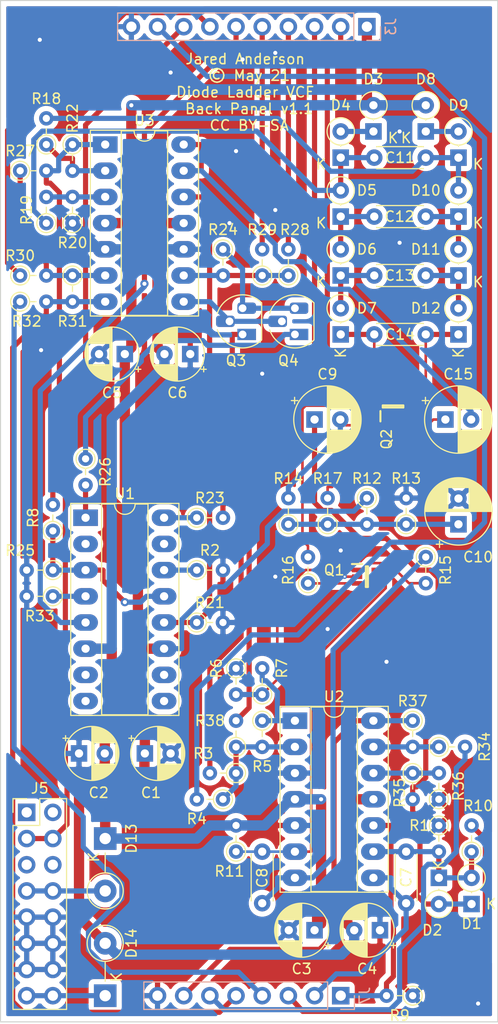
<source format=kicad_pcb>
(kicad_pcb (version 20171130) (host pcbnew 5.1.5+dfsg1-2build2)
  (layers (0 Front signal) (31 Back signal) (34 B.Paste user) (35 F.Paste user) (36 B.SilkS user) (37 F.SilkS user) (38 B.Mask user) (39 F.Mask user) (44 Edge.Cuts user))
  (net 0 "")
  (net 1 GND)
  (net 2 +12V)
  (net 3 -12V)
  (net 4 V_DRIVE)
  (net 5 "Net-(C7-Pad1)")
  (net 6 "Net-(C8-Pad2)")
  (net 7 "Net-(C8-Pad1)")
  (net 8 "Net-(C9-Pad2)")
  (net 9 "Net-(C10-Pad1)")
  (net 10 VOUT_NEG)
  (net 11 VOUT_POS)
  (net 12 "Net-(C12-Pad2)")
  (net 13 "Net-(C12-Pad1)")
  (net 14 "Net-(C13-Pad2)")
  (net 15 "Net-(C13-Pad1)")
  (net 16 "Net-(C14-Pad2)")
  (net 17 "Net-(C14-Pad1)")
  (net 18 "Net-(C15-Pad2)")
  (net 19 "Net-(C15-Pad1)")
  (net 20 "Net-(D3-Pad1)")
  (net 21 "Net-(D8-Pad1)")
  (net 22 "Net-(D13-Pad2)")
  (net 23 "Net-(D14-Pad1)")
  (net 24 V_FC_KB_SW)
  (net 25 V_FC_KB)
  (net 26 V_RES_FB_SW)
  (net 27 V_RES_FB)
  (net 28 V_RES_CV)
  (net 29 V_RES)
  (net 30 V_FC_CV)
  (net 31 V_FC)
  (net 32 "Net-(J5-Pad6)")
  (net 33 "Net-(J5-Pad5)")
  (net 34 "Net-(J5-Pad2)")
  (net 35 "Net-(J5-Pad1)")
  (net 36 VOUT_HP)
  (net 37 V_TO_HP)
  (net 38 V_OUT_LP_)
  (net 39 VOUT_LP)
  (net 40 V_DRIVE_FB_ATTEN)
  (net 41 VIN_ATTEN)
  (net 42 "Net-(Q1-Pad4)")
  (net 43 "Net-(Q1-Pad3)")
  (net 44 "Net-(Q1-Pad1)")
  (net 45 "Net-(Q2-Pad4)")
  (net 46 "Net-(Q3-Pad1)")
  (net 47 "Net-(Q3-Pad3)")
  (net 48 "Net-(Q3-Pad2)")
  (net 49 I_RES_COMP)
  (net 50 "Net-(R2-Pad1)")
  (net 51 "Net-(R3-Pad1)")
  (net 52 "Net-(R5-Pad1)")
  (net 53 "Net-(R22-Pad1)")
  (net 54 "Net-(R25-Pad1)")
  (net 55 "Net-(R18-Pad1)")
  (net 56 "Net-(R19-Pad2)")
  (net 57 "Net-(R21-Pad1)")
  (net 58 "Net-(R23-Pad1)")
  (net 59 "Net-(R24-Pad2)")
  (net 60 "Net-(R26-Pad2)")
  (net 61 "Net-(R27-Pad1)")
  (net 62 "Net-(R33-Pad1)")
  (net 63 "Net-(R34-Pad1)")
  (net 64 "Net-(R35-Pad1)")
  (net 65 "Net-(U1-Pad8)")
  (net 66 "Net-(U1-Pad15)")
  (net 67 "Net-(U1-Pad7)")
  (net 68 "Net-(U1-Pad10)")
  (net 69 "Net-(U1-Pad2)")
  (net 70 "Net-(U1-Pad9)")
  (module Package_DIP:DIP-16_W7.62mm_Socket_LongPads (layer Front) (at 84.455 103.505)
    (fp_text reference U1 (at 3.81 -2.33) (layer F.SilkS))
    (fp_text value LM13700)
    (pad 16 thru_hole oval (at 7.62 0) (size 2.4 1.6) (drill 0.8) (layers *.Cu *.Mask) (net 58 "Net-(R23-Pad1)"))
    (pad 8 thru_hole oval (at 0 17.78) (size 2.4 1.6) (drill 0.8) (layers *.Cu *.Mask) (net 65 "Net-(U1-Pad8)"))
    (pad 15 thru_hole oval (at 7.62 2.54) (size 2.4 1.6) (drill 0.8) (layers *.Cu *.Mask) (net 66 "Net-(U1-Pad15)"))
    (pad 7 thru_hole oval (at 0 15.24) (size 2.4 1.6) (drill 0.8) (layers *.Cu *.Mask) (net 67 "Net-(U1-Pad7)"))
    (pad 14 thru_hole oval (at 7.62 5.08) (size 2.4 1.6) (drill 0.8) (layers *.Cu *.Mask) (net 50 "Net-(R2-Pad1)"))
    (pad 6 thru_hole oval (at 0 12.7) (size 2.4 1.6) (drill 0.8) (layers *.Cu *.Mask) (net 3 -12V))
    (pad 13 thru_hole oval (at 7.62 7.62) (size 2.4 1.6) (drill 0.8) (layers *.Cu *.Mask) (net 54 "Net-(R25-Pad1)"))
    (pad 5 thru_hole oval (at 0 10.16) (size 2.4 1.6) (drill 0.8) (layers *.Cu *.Mask) (net 27 V_RES_FB))
    (pad 12 thru_hole oval (at 7.62 10.16) (size 2.4 1.6) (drill 0.8) (layers *.Cu *.Mask) (net 57 "Net-(R21-Pad1)"))
    (pad 4 thru_hole oval (at 0 7.62) (size 2.4 1.6) (drill 0.8) (layers *.Cu *.Mask) (net 62 "Net-(R33-Pad1)"))
    (pad 11 thru_hole oval (at 7.62 12.7) (size 2.4 1.6) (drill 0.8) (layers *.Cu *.Mask) (net 2 +12V))
    (pad 3 thru_hole oval (at 0 5.08) (size 2.4 1.6) (drill 0.8) (layers *.Cu *.Mask) (net 54 "Net-(R25-Pad1)"))
    (pad 10 thru_hole oval (at 7.62 15.24) (size 2.4 1.6) (drill 0.8) (layers *.Cu *.Mask) (net 68 "Net-(U1-Pad10)"))
    (pad 2 thru_hole oval (at 0 2.54) (size 2.4 1.6) (drill 0.8) (layers *.Cu *.Mask) (net 69 "Net-(U1-Pad2)"))
    (pad 9 thru_hole oval (at 7.62 17.78) (size 2.4 1.6) (drill 0.8) (layers *.Cu *.Mask) (net 70 "Net-(U1-Pad9)"))
    (pad 1 thru_hole rect (at 0 0) (size 2.4 1.6) (drill 0.8) (layers *.Cu *.Mask) (net 60 "Net-(R26-Pad2)"))
  )
  (module Package_DIP:DIP-14_W7.62mm_Socket_LongPads (layer Front) (at 86.36 67.31)
    (fp_text reference U3 (at 3.81 -2.33) (layer F.SilkS))
    (fp_text value TL074)
    (pad 14 thru_hole oval (at 7.62 0) (size 2.4 1.6) (drill 0.8) (layers *.Cu *.Mask) (net 18 "Net-(C15-Pad2)"))
    (pad 7 thru_hole oval (at 0 15.24) (size 2.4 1.6) (drill 0.8) (layers *.Cu *.Mask) (net 38 V_OUT_LP_))
    (pad 13 thru_hole oval (at 7.62 2.54) (size 2.4 1.6) (drill 0.8) (layers *.Cu *.Mask) (net 18 "Net-(C15-Pad2)"))
    (pad 6 thru_hole oval (at 0 12.7) (size 2.4 1.6) (drill 0.8) (layers *.Cu *.Mask) (net 61 "Net-(R27-Pad1)"))
    (pad 12 thru_hole oval (at 7.62 5.08) (size 2.4 1.6) (drill 0.8) (layers *.Cu *.Mask) (net 57 "Net-(R21-Pad1)"))
    (pad 5 thru_hole oval (at 0 10.16) (size 2.4 1.6) (drill 0.8) (layers *.Cu *.Mask) (net 1 GND))
    (pad 11 thru_hole oval (at 7.62 7.62) (size 2.4 1.6) (drill 0.8) (layers *.Cu *.Mask) (net 3 -12V))
    (pad 4 thru_hole oval (at 0 7.62) (size 2.4 1.6) (drill 0.8) (layers *.Cu *.Mask) (net 2 +12V))
    (pad 10 thru_hole oval (at 7.62 10.16) (size 2.4 1.6) (drill 0.8) (layers *.Cu *.Mask) (net 1 GND))
    (pad 3 thru_hole oval (at 0 5.08) (size 2.4 1.6) (drill 0.8) (layers *.Cu *.Mask) (net 56 "Net-(R19-Pad2)"))
    (pad 9 thru_hole oval (at 7.62 12.7) (size 2.4 1.6) (drill 0.8) (layers *.Cu *.Mask) (net 59 "Net-(R24-Pad2)"))
    (pad 2 thru_hole oval (at 0 2.54) (size 2.4 1.6) (drill 0.8) (layers *.Cu *.Mask) (net 55 "Net-(R18-Pad1)"))
    (pad 8 thru_hole oval (at 7.62 15.24) (size 2.4 1.6) (drill 0.8) (layers *.Cu *.Mask) (net 48 "Net-(Q3-Pad2)"))
    (pad 1 thru_hole rect (at 0 0) (size 2.4 1.6) (drill 0.8) (layers *.Cu *.Mask) (net 53 "Net-(R22-Pad1)"))
  )
  (module Capacitor_THT:C_Disc_D4.3mm_W1.9mm_P5.00mm (layer Front) (at 117.475 85.725 180)
    (fp_text reference C14 (at 2.5 0) (layer F.SilkS))
    (fp_text value 100n)
    (pad 2 thru_hole circle (at 5 0 180) (size 1.6 1.6) (drill 0.8) (layers *.Cu *.Mask) (net 16 "Net-(C14-Pad2)"))
    (pad 1 thru_hole circle (at 0 0 180) (size 1.6 1.6) (drill 0.8) (layers *.Cu *.Mask) (net 17 "Net-(C14-Pad1)"))
  )
  (module Capacitor_THT:C_Disc_D4.3mm_W1.9mm_P5.00mm (layer Front) (at 117.475 80.01 180)
    (fp_text reference C13 (at 2.54 0) (layer F.SilkS))
    (fp_text value 100n)
    (pad 2 thru_hole circle (at 5 0 180) (size 1.6 1.6) (drill 0.8) (layers *.Cu *.Mask) (net 14 "Net-(C13-Pad2)"))
    (pad 1 thru_hole circle (at 0 0 180) (size 1.6 1.6) (drill 0.8) (layers *.Cu *.Mask) (net 15 "Net-(C13-Pad1)"))
  )
  (module Capacitor_THT:C_Disc_D4.3mm_W1.9mm_P5.00mm (layer Front) (at 117.475 74.295 180)
    (fp_text reference C12 (at 2.54 0) (layer F.SilkS))
    (fp_text value 100n)
    (pad 2 thru_hole circle (at 5 0 180) (size 1.6 1.6) (drill 0.8) (layers *.Cu *.Mask) (net 12 "Net-(C12-Pad2)"))
    (pad 1 thru_hole circle (at 0 0 180) (size 1.6 1.6) (drill 0.8) (layers *.Cu *.Mask) (net 13 "Net-(C12-Pad1)"))
  )
  (module Capacitor_THT:C_Disc_D4.3mm_W1.9mm_P5.00mm (layer Front) (at 117.475 68.58 180)
    (fp_text reference C11 (at 2.5 0) (layer F.SilkS))
    (fp_text value 100n)
    (pad 2 thru_hole circle (at 5 0 180) (size 1.6 1.6) (drill 0.8) (layers *.Cu *.Mask) (net 10 VOUT_NEG))
    (pad 1 thru_hole circle (at 0 0 180) (size 1.6 1.6) (drill 0.8) (layers *.Cu *.Mask) (net 11 VOUT_POS))
  )
  (module Capacitor_THT:C_Disc_D4.3mm_W1.9mm_P5.00mm (layer Front) (at 101.6 140.89 90)
    (fp_text reference C8 (at 2.46 0 90) (layer F.SilkS))
    (fp_text value 22p)
    (pad 2 thru_hole circle (at 5 0 90) (size 1.6 1.6) (drill 0.8) (layers *.Cu *.Mask) (net 6 "Net-(C8-Pad2)"))
    (pad 1 thru_hole circle (at 0 0 90) (size 1.6 1.6) (drill 0.8) (layers *.Cu *.Mask) (net 7 "Net-(C8-Pad1)"))
  )
  (module Capacitor_THT:C_Disc_D4.3mm_W1.9mm_P5.00mm (layer Front) (at 115.57 135.89 270)
    (fp_text reference C7 (at 2.5 0 90) (layer F.SilkS))
    (fp_text value 22p)
    (pad 2 thru_hole circle (at 5 0 270) (size 1.6 1.6) (drill 0.8) (layers *.Cu *.Mask) (net 4 V_DRIVE))
    (pad 1 thru_hole circle (at 0 0 270) (size 1.6 1.6) (drill 0.8) (layers *.Cu *.Mask) (net 5 "Net-(C7-Pad1)"))
  )
  (module Diode_THT:D_DO-35_SOD27_P2.54mm_Vertical_KathodeUp (layer Front) (at 120.65 85.725 90)
    (fp_text reference D12 (at 2.54 -3.175 180) (layer F.SilkS))
    (fp_text value 1N4148)
    (fp_text user K (at -1.8 0 90) (layer F.SilkS))
    (pad 2 thru_hole oval (at 2.54 0 90) (size 1.6 1.6) (drill 0.8) (layers *.Cu *.Mask) (net 15 "Net-(C13-Pad1)"))
    (pad 1 thru_hole rect (at 0 0 90) (size 1.6 1.6) (drill 0.8) (layers *.Cu *.Mask) (net 17 "Net-(C14-Pad1)"))
  )
  (module Diode_THT:D_DO-35_SOD27_P2.54mm_Vertical_KathodeUp (layer Front) (at 120.65 80.01 90)
    (fp_text reference D11 (at 2.54 -3.175 180) (layer F.SilkS))
    (fp_text value 1N4148)
    (fp_text user K (at -0.635 1.905 180) (layer F.SilkS))
    (pad 2 thru_hole oval (at 2.54 0 90) (size 1.6 1.6) (drill 0.8) (layers *.Cu *.Mask) (net 13 "Net-(C12-Pad1)"))
    (pad 1 thru_hole rect (at 0 0 90) (size 1.6 1.6) (drill 0.8) (layers *.Cu *.Mask) (net 15 "Net-(C13-Pad1)"))
  )
  (module Diode_THT:D_DO-35_SOD27_P2.54mm_Vertical_KathodeUp (layer Front) (at 120.65 74.295 90)
    (fp_text reference D10 (at 2.54 -3.175 180) (layer F.SilkS))
    (fp_text value 1N4148)
    (fp_text user K (at -0.635 1.905 180) (layer F.SilkS))
    (pad 2 thru_hole oval (at 2.54 0 90) (size 1.6 1.6) (drill 0.8) (layers *.Cu *.Mask) (net 11 VOUT_POS))
    (pad 1 thru_hole rect (at 0 0 90) (size 1.6 1.6) (drill 0.8) (layers *.Cu *.Mask) (net 13 "Net-(C12-Pad1)"))
  )
  (module Diode_THT:D_DO-35_SOD27_P2.54mm_Vertical_KathodeUp (layer Front) (at 120.65 68.58 90)
    (fp_text reference D9 (at 5.08 0 180) (layer F.SilkS))
    (fp_text value 1N4148)
    (fp_text user K (at -0.635 1.905 180) (layer F.SilkS))
    (pad 2 thru_hole oval (at 2.54 0 90) (size 1.6 1.6) (drill 0.8) (layers *.Cu *.Mask) (net 21 "Net-(D8-Pad1)"))
    (pad 1 thru_hole rect (at 0 0 90) (size 1.6 1.6) (drill 0.8) (layers *.Cu *.Mask) (net 11 VOUT_POS))
  )
  (module Diode_THT:D_DO-35_SOD27_P2.54mm_Vertical_KathodeUp (layer Front) (at 117.475 66.04 90)
    (fp_text reference D8 (at 5.08 0 180) (layer F.SilkS))
    (fp_text value 1N4148)
    (fp_text user K (at -0.635 -1.905 180) (layer F.SilkS))
    (pad 2 thru_hole oval (at 2.54 0 90) (size 1.6 1.6) (drill 0.8) (layers *.Cu *.Mask) (net 2 +12V))
    (pad 1 thru_hole rect (at 0 0 90) (size 1.6 1.6) (drill 0.8) (layers *.Cu *.Mask) (net 21 "Net-(D8-Pad1)"))
  )
  (module Diode_THT:D_DO-35_SOD27_P2.54mm_Vertical_KathodeUp (layer Front) (at 109.22 85.725 90)
    (fp_text reference D7 (at 2.54 2.54 180) (layer F.SilkS))
    (fp_text value 1N4148)
    (fp_text user K (at -1.8 0 90) (layer F.SilkS))
    (pad 2 thru_hole oval (at 2.54 0 90) (size 1.6 1.6) (drill 0.8) (layers *.Cu *.Mask) (net 14 "Net-(C13-Pad2)"))
    (pad 1 thru_hole rect (at 0 0 90) (size 1.6 1.6) (drill 0.8) (layers *.Cu *.Mask) (net 16 "Net-(C14-Pad2)"))
  )
  (module Diode_THT:D_DO-35_SOD27_P2.54mm_Vertical_KathodeUp (layer Front) (at 109.22 80.01 90)
    (fp_text reference D6 (at 2.54 2.54 180) (layer F.SilkS))
    (fp_text value 1N4148)
    (fp_text user K (at -0.635 -1.905 180) (layer F.SilkS))
    (pad 2 thru_hole oval (at 2.54 0 90) (size 1.6 1.6) (drill 0.8) (layers *.Cu *.Mask) (net 12 "Net-(C12-Pad2)"))
    (pad 1 thru_hole rect (at 0 0 90) (size 1.6 1.6) (drill 0.8) (layers *.Cu *.Mask) (net 14 "Net-(C13-Pad2)"))
  )
  (module Diode_THT:D_DO-35_SOD27_P2.54mm_Vertical_KathodeUp (layer Front) (at 109.22 74.295 90)
    (fp_text reference D5 (at 2.54 2.54 180) (layer F.SilkS))
    (fp_text value 1N4148)
    (fp_text user K (at -0.635 -1.905 180) (layer F.SilkS))
    (pad 2 thru_hole oval (at 2.54 0 90) (size 1.6 1.6) (drill 0.8) (layers *.Cu *.Mask) (net 10 VOUT_NEG))
    (pad 1 thru_hole rect (at 0 0 90) (size 1.6 1.6) (drill 0.8) (layers *.Cu *.Mask) (net 12 "Net-(C12-Pad2)"))
  )
  (module Diode_THT:D_DO-35_SOD27_P2.54mm_Vertical_KathodeUp (layer Front) (at 109.22 68.58 90)
    (fp_text reference D4 (at 5.08 0 180) (layer F.SilkS))
    (fp_text value 1N4148)
    (fp_text user K (at -0.635 -1.905 180) (layer F.SilkS))
    (pad 2 thru_hole oval (at 2.54 0 90) (size 1.6 1.6) (drill 0.8) (layers *.Cu *.Mask) (net 20 "Net-(D3-Pad1)"))
    (pad 1 thru_hole rect (at 0 0 90) (size 1.6 1.6) (drill 0.8) (layers *.Cu *.Mask) (net 10 VOUT_NEG))
  )
  (module Diode_THT:D_DO-35_SOD27_P2.54mm_Vertical_KathodeUp (layer Front) (at 112.395 66.04 90)
    (fp_text reference D3 (at 5.08 0 180) (layer F.SilkS))
    (fp_text value 1N4148)
    (fp_text user K (at -0.635 1.905 180) (layer F.SilkS))
    (pad 2 thru_hole oval (at 2.54 0 90) (size 1.6 1.6) (drill 0.8) (layers *.Cu *.Mask) (net 2 +12V))
    (pad 1 thru_hole rect (at 0 0 90) (size 1.6 1.6) (drill 0.8) (layers *.Cu *.Mask) (net 20 "Net-(D3-Pad1)"))
  )
  (module Diode_THT:D_DO-35_SOD27_P2.54mm_Vertical_KathodeUp (layer Front) (at 118.745 138.43 270)
    (fp_text reference D2 (at 5.08 0.635 180) (layer F.SilkS))
    (fp_text value 1N4148)
    (fp_text user K (at -1.27 0 90) (layer F.SilkS))
    (pad 2 thru_hole oval (at 2.54 0 270) (size 1.6 1.6) (drill 0.8) (layers *.Cu *.Mask) (net 4 V_DRIVE))
    (pad 1 thru_hole rect (at 0 0 270) (size 1.6 1.6) (drill 0.8) (layers *.Cu *.Mask) (net 5 "Net-(C7-Pad1)"))
  )
  (module Diode_THT:D_DO-35_SOD27_P2.54mm_Vertical_KathodeUp (layer Front) (at 121.92 140.97 90)
    (fp_text reference D1 (at -1.905 0 180) (layer F.SilkS))
    (fp_text value 1N4148)
    (fp_text user K (at 0 1.905 180) (layer F.SilkS))
    (pad 2 thru_hole oval (at 2.54 0 90) (size 1.6 1.6) (drill 0.8) (layers *.Cu *.Mask) (net 5 "Net-(C7-Pad1)"))
    (pad 1 thru_hole rect (at 0 0 90) (size 1.6 1.6) (drill 0.8) (layers *.Cu *.Mask) (net 4 V_DRIVE))
  )
  (module Package_DIP:DIP-14_W7.62mm_Socket_LongPads (layer Front) (at 104.775 123.19)
    (fp_text reference U2 (at 3.81 -2.33) (layer F.SilkS))
    (fp_text value TL074)
    (pad 14 thru_hole oval (at 7.62 0) (size 2.4 1.6) (drill 0.8) (layers *.Cu *.Mask) (net 36 VOUT_HP))
    (pad 7 thru_hole oval (at 0 15.24) (size 2.4 1.6) (drill 0.8) (layers *.Cu *.Mask) (net 7 "Net-(C8-Pad1)"))
    (pad 13 thru_hole oval (at 7.62 2.54) (size 2.4 1.6) (drill 0.8) (layers *.Cu *.Mask) (net 63 "Net-(R34-Pad1)"))
    (pad 6 thru_hole oval (at 0 12.7) (size 2.4 1.6) (drill 0.8) (layers *.Cu *.Mask) (net 6 "Net-(C8-Pad2)"))
    (pad 12 thru_hole oval (at 7.62 5.08) (size 2.4 1.6) (drill 0.8) (layers *.Cu *.Mask) (net 64 "Net-(R35-Pad1)"))
    (pad 5 thru_hole oval (at 0 10.16) (size 2.4 1.6) (drill 0.8) (layers *.Cu *.Mask) (net 1 GND))
    (pad 11 thru_hole oval (at 7.62 7.62) (size 2.4 1.6) (drill 0.8) (layers *.Cu *.Mask) (net 3 -12V))
    (pad 4 thru_hole oval (at 0 7.62) (size 2.4 1.6) (drill 0.8) (layers *.Cu *.Mask) (net 2 +12V))
    (pad 10 thru_hole oval (at 7.62 10.16) (size 2.4 1.6) (drill 0.8) (layers *.Cu *.Mask) (net 41 VIN_ATTEN))
    (pad 3 thru_hole oval (at 0 5.08) (size 2.4 1.6) (drill 0.8) (layers *.Cu *.Mask) (net 1 GND))
    (pad 9 thru_hole oval (at 7.62 12.7) (size 2.4 1.6) (drill 0.8) (layers *.Cu *.Mask) (net 5 "Net-(C7-Pad1)"))
    (pad 2 thru_hole oval (at 0 2.54) (size 2.4 1.6) (drill 0.8) (layers *.Cu *.Mask) (net 51 "Net-(R3-Pad1)"))
    (pad 8 thru_hole oval (at 7.62 15.24) (size 2.4 1.6) (drill 0.8) (layers *.Cu *.Mask) (net 4 V_DRIVE))
    (pad 1 thru_hole rect (at 0 0) (size 2.4 1.6) (drill 0.8) (layers *.Cu *.Mask) (net 52 "Net-(R5-Pad1)"))
  )
  (module Resistor_THT:R_Axial_DIN0204_L3.6mm_D1.6mm_P2.54mm_Vertical (layer Front) (at 99.06 125.73 90)
    (fp_text reference R38 (at 2.54 -2.54 180) (layer F.SilkS))
    (fp_text value 100k)
    (pad 2 thru_hole oval (at 2.54 0 90) (size 1.4 1.4) (drill 0.7) (layers *.Cu *.Mask) (net 31 V_FC))
    (pad 1 thru_hole circle (at 0 0 90) (size 1.4 1.4) (drill 0.7) (layers *.Cu *.Mask) (net 51 "Net-(R3-Pad1)"))
  )
  (module Resistor_THT:R_Axial_DIN0204_L3.6mm_D1.6mm_P2.54mm_Vertical (layer Front) (at 116.205 123.19 270)
    (fp_text reference R37 (at -1.905 0 180) (layer F.SilkS))
    (fp_text value 220k)
    (pad 2 thru_hole oval (at 2.54 0 270) (size 1.4 1.4) (drill 0.7) (layers *.Cu *.Mask) (net 63 "Net-(R34-Pad1)"))
    (pad 1 thru_hole circle (at 0 0 270) (size 1.4 1.4) (drill 0.7) (layers *.Cu *.Mask) (net 36 VOUT_HP))
  )
  (module Resistor_THT:R_Axial_DIN0204_L3.6mm_D1.6mm_P2.54mm_Vertical (layer Front) (at 118.745 130.81 90)
    (fp_text reference R36 (at 1.27 1.905 90) (layer F.SilkS))
    (fp_text value 220k)
    (pad 2 thru_hole oval (at 2.54 0 90) (size 1.4 1.4) (drill 0.7) (layers *.Cu *.Mask) (net 64 "Net-(R35-Pad1)"))
    (pad 1 thru_hole circle (at 0 0 90) (size 1.4 1.4) (drill 0.7) (layers *.Cu *.Mask) (net 1 GND))
  )
  (module Resistor_THT:R_Axial_DIN0204_L3.6mm_D1.6mm_P2.54mm_Vertical (layer Front) (at 116.205 128.27 270)
    (fp_text reference R35 (at 1.905 1.27 270) (layer F.SilkS))
    (fp_text value 10k)
    (pad 2 thru_hole oval (at 2.54 0 270) (size 1.4 1.4) (drill 0.7) (layers *.Cu *.Mask) (net 4 V_DRIVE))
    (pad 1 thru_hole circle (at 0 0 270) (size 1.4 1.4) (drill 0.7) (layers *.Cu *.Mask) (net 64 "Net-(R35-Pad1)"))
  )
  (module Resistor_THT:R_Axial_DIN0204_L3.6mm_D1.6mm_P2.54mm_Vertical (layer Front) (at 118.745 125.73)
    (fp_text reference R34 (at 4.445 0 90) (layer F.SilkS))
    (fp_text value 10k)
    (pad 2 thru_hole oval (at 2.54 0) (size 1.4 1.4) (drill 0.7) (layers *.Cu *.Mask) (net 37 V_TO_HP))
    (pad 1 thru_hole circle (at 0 0) (size 1.4 1.4) (drill 0.7) (layers *.Cu *.Mask) (net 63 "Net-(R34-Pad1)"))
  )
  (module Resistor_THT:R_Axial_DIN0204_L3.6mm_D1.6mm_P2.54mm_Vertical (layer Front) (at 81.28 111.125 180)
    (fp_text reference R33 (at 1.27 -1.92) (layer F.SilkS))
    (fp_text value 2k2)
    (pad 2 thru_hole oval (at 2.54 0 180) (size 1.4 1.4) (drill 0.7) (layers *.Cu *.Mask) (net 1 GND))
    (pad 1 thru_hole circle (at 0 0 180) (size 1.4 1.4) (drill 0.7) (layers *.Cu *.Mask) (net 62 "Net-(R33-Pad1)"))
  )
  (module Resistor_THT:R_Axial_DIN0204_L3.6mm_D1.6mm_P2.54mm_Vertical (layer Front) (at 78.105 82.55)
    (fp_text reference R32 (at 0.635 1.905) (layer F.SilkS))
    (fp_text value 1k)
    (pad 2 thru_hole oval (at 2.54 0) (size 1.4 1.4) (drill 0.7) (layers *.Cu *.Mask) (net 38 V_OUT_LP_))
    (pad 1 thru_hole circle (at 0 0) (size 1.4 1.4) (drill 0.7) (layers *.Cu *.Mask) (net 39 VOUT_LP))
  )
  (module Resistor_THT:R_Axial_DIN0204_L3.6mm_D1.6mm_P2.54mm_Vertical (layer Front) (at 83.185 80.01 270)
    (fp_text reference R31 (at 4.445 0 180) (layer F.SilkS))
    (fp_text value 470k)
    (pad 2 thru_hole oval (at 2.54 0 270) (size 1.4 1.4) (drill 0.7) (layers *.Cu *.Mask) (net 38 V_OUT_LP_))
    (pad 1 thru_hole circle (at 0 0 270) (size 1.4 1.4) (drill 0.7) (layers *.Cu *.Mask) (net 61 "Net-(R27-Pad1)"))
  )
  (module Resistor_THT:R_Axial_DIN0204_L3.6mm_D1.6mm_P2.54mm_Vertical (layer Front) (at 78.105 80.01)
    (fp_text reference R30 (at 0 -1.92) (layer F.SilkS))
    (fp_text value 22k)
    (pad 2 thru_hole oval (at 2.54 0) (size 1.4 1.4) (drill 0.7) (layers *.Cu *.Mask) (net 61 "Net-(R27-Pad1)"))
    (pad 1 thru_hole circle (at 0 0) (size 1.4 1.4) (drill 0.7) (layers *.Cu *.Mask) (net 26 V_RES_FB_SW))
  )
  (module Resistor_THT:R_Axial_DIN0204_L3.6mm_D1.6mm_P2.54mm_Vertical (layer Front) (at 101.6 80.01 90)
    (fp_text reference R29 (at 4.445 0 180) (layer F.SilkS))
    (fp_text value 10k)
    (pad 2 thru_hole oval (at 2.54 0 90) (size 1.4 1.4) (drill 0.7) (layers *.Cu *.Mask) (net 28 V_RES_CV))
    (pad 1 thru_hole circle (at 0 0 90) (size 1.4 1.4) (drill 0.7) (layers *.Cu *.Mask) (net 59 "Net-(R24-Pad2)"))
  )
  (module Resistor_THT:R_Axial_DIN0204_L3.6mm_D1.6mm_P2.54mm_Vertical (layer Front) (at 104.14 80.01 90)
    (fp_text reference R28 (at 4.445 0.635 180) (layer F.SilkS))
    (fp_text value 10k)
    (pad 2 thru_hole oval (at 2.54 0 90) (size 1.4 1.4) (drill 0.7) (layers *.Cu *.Mask) (net 29 V_RES))
    (pad 1 thru_hole circle (at 0 0 90) (size 1.4 1.4) (drill 0.7) (layers *.Cu *.Mask) (net 59 "Net-(R24-Pad2)"))
  )
  (module Resistor_THT:R_Axial_DIN0204_L3.6mm_D1.6mm_P2.54mm_Vertical (layer Front) (at 78.105 69.85)
    (fp_text reference R27 (at 0 -1.92) (layer F.SilkS))
    (fp_text value 22k)
    (pad 2 thru_hole oval (at 2.54 0) (size 1.4 1.4) (drill 0.7) (layers *.Cu *.Mask) (net 53 "Net-(R22-Pad1)"))
    (pad 1 thru_hole circle (at 0 0) (size 1.4 1.4) (drill 0.7) (layers *.Cu *.Mask) (net 61 "Net-(R27-Pad1)"))
  )
  (module Resistor_THT:R_Axial_DIN0204_L3.6mm_D1.6mm_P2.54mm_Vertical (layer Front) (at 84.455 97.79 270)
    (fp_text reference R26 (at 1.27 -1.92 90) (layer F.SilkS))
    (fp_text value 470)
    (pad 2 thru_hole oval (at 2.54 0 270) (size 1.4 1.4) (drill 0.7) (layers *.Cu *.Mask) (net 60 "Net-(R26-Pad2)"))
    (pad 1 thru_hole circle (at 0 0 270) (size 1.4 1.4) (drill 0.7) (layers *.Cu *.Mask) (net 49 I_RES_COMP))
  )
  (module Resistor_THT:R_Axial_DIN0204_L3.6mm_D1.6mm_P2.54mm_Vertical (layer Front) (at 81.28 108.585 180)
    (fp_text reference R25 (at 3.175 1.905) (layer F.SilkS))
    (fp_text value 2k2)
    (pad 2 thru_hole oval (at 2.54 0 180) (size 1.4 1.4) (drill 0.7) (layers *.Cu *.Mask) (net 1 GND))
    (pad 1 thru_hole circle (at 0 0 180) (size 1.4 1.4) (drill 0.7) (layers *.Cu *.Mask) (net 54 "Net-(R25-Pad1)"))
  )
  (module Resistor_THT:R_Axial_DIN0204_L3.6mm_D1.6mm_P2.54mm_Vertical (layer Front) (at 97.79 77.47 270)
    (fp_text reference R24 (at -1.905 0 180) (layer F.SilkS))
    (fp_text value 47k)
    (pad 2 thru_hole oval (at 2.54 0 270) (size 1.4 1.4) (drill 0.7) (layers *.Cu *.Mask) (net 59 "Net-(R24-Pad2)"))
    (pad 1 thru_hole circle (at 0 0 270) (size 1.4 1.4) (drill 0.7) (layers *.Cu *.Mask) (net 47 "Net-(Q3-Pad3)"))
  )
  (module Resistor_THT:R_Axial_DIN0204_L3.6mm_D1.6mm_P2.54mm_Vertical (layer Front) (at 95.25 103.505)
    (fp_text reference R23 (at 1.27 -1.92) (layer F.SilkS))
    (fp_text value 470)
    (pad 2 thru_hole oval (at 2.54 0) (size 1.4 1.4) (drill 0.7) (layers *.Cu *.Mask) (net 46 "Net-(Q3-Pad1)"))
    (pad 1 thru_hole circle (at 0 0) (size 1.4 1.4) (drill 0.7) (layers *.Cu *.Mask) (net 58 "Net-(R23-Pad1)"))
  )
  (module Resistor_THT:R_Axial_DIN0204_L3.6mm_D1.6mm_P2.54mm_Vertical (layer Front) (at 83.185 67.31 270)
    (fp_text reference R22 (at -2.54 0 90) (layer F.SilkS))
    (fp_text value 10k)
    (pad 2 thru_hole oval (at 2.54 0 270) (size 1.4 1.4) (drill 0.7) (layers *.Cu *.Mask) (net 55 "Net-(R18-Pad1)"))
    (pad 1 thru_hole circle (at 0 0 270) (size 1.4 1.4) (drill 0.7) (layers *.Cu *.Mask) (net 53 "Net-(R22-Pad1)"))
  )
  (module Resistor_THT:R_Axial_DIN0204_L3.6mm_D1.6mm_P2.54mm_Vertical (layer Front) (at 95.25 113.665)
    (fp_text reference R21 (at 1.27 -1.92) (layer F.SilkS))
    (fp_text value 75k)
    (pad 2 thru_hole oval (at 2.54 0) (size 1.4 1.4) (drill 0.7) (layers *.Cu *.Mask) (net 1 GND))
    (pad 1 thru_hole circle (at 0 0) (size 1.4 1.4) (drill 0.7) (layers *.Cu *.Mask) (net 57 "Net-(R21-Pad1)"))
  )
  (module Resistor_THT:R_Axial_DIN0204_L3.6mm_D1.6mm_P2.54mm_Vertical (layer Front) (at 83.185 74.93 90)
    (fp_text reference R20 (at -1.905 0 180) (layer F.SilkS))
    (fp_text value 10k)
    (pad 2 thru_hole oval (at 2.54 0 90) (size 1.4 1.4) (drill 0.7) (layers *.Cu *.Mask) (net 56 "Net-(R19-Pad2)"))
    (pad 1 thru_hole circle (at 0 0 90) (size 1.4 1.4) (drill 0.7) (layers *.Cu *.Mask) (net 1 GND))
  )
  (module Resistor_THT:R_Axial_DIN0204_L3.6mm_D1.6mm_P2.54mm_Vertical (layer Front) (at 80.645 74.93 90)
    (fp_text reference R19 (at 1.27 -1.92 90) (layer F.SilkS))
    (fp_text value 10k)
    (pad 2 thru_hole oval (at 2.54 0 90) (size 1.4 1.4) (drill 0.7) (layers *.Cu *.Mask) (net 56 "Net-(R19-Pad2)"))
    (pad 1 thru_hole circle (at 0 0 90) (size 1.4 1.4) (drill 0.7) (layers *.Cu *.Mask) (net 10 VOUT_NEG))
  )
  (module Resistor_THT:R_Axial_DIN0204_L3.6mm_D1.6mm_P2.54mm_Vertical (layer Front) (at 80.645 67.31 90)
    (fp_text reference R18 (at 4.445 0 180) (layer F.SilkS))
    (fp_text value 10k)
    (pad 2 thru_hole oval (at 2.54 0 90) (size 1.4 1.4) (drill 0.7) (layers *.Cu *.Mask) (net 11 VOUT_POS))
    (pad 1 thru_hole circle (at 0 0 90) (size 1.4 1.4) (drill 0.7) (layers *.Cu *.Mask) (net 55 "Net-(R18-Pad1)"))
  )
  (module Resistor_THT:R_Axial_DIN0204_L3.6mm_D1.6mm_P2.54mm_Vertical (layer Front) (at 107.95 104.14 90)
    (fp_text reference R17 (at 4.445 0 180) (layer F.SilkS))
    (fp_text value 1k)
    (pad 2 thru_hole oval (at 2.54 0 90) (size 1.4 1.4) (drill 0.7) (layers *.Cu *.Mask) (net 19 "Net-(C15-Pad1)"))
    (pad 1 thru_hole circle (at 0 0 90) (size 1.4 1.4) (drill 0.7) (layers *.Cu *.Mask) (net 9 "Net-(C10-Pad1)"))
  )
  (module Resistor_THT:R_Axial_DIN0204_L3.6mm_D1.6mm_P2.54mm_Vertical (layer Front) (at 106.045 109.855 90)
    (fp_text reference R16 (at 1.27 -1.92 90) (layer F.SilkS))
    (fp_text value 470)
    (pad 2 thru_hole oval (at 2.54 0 90) (size 1.4 1.4) (drill 0.7) (layers *.Cu *.Mask) (net 45 "Net-(Q2-Pad4)"))
    (pad 1 thru_hole circle (at 0 0 90) (size 1.4 1.4) (drill 0.7) (layers *.Cu *.Mask) (net 43 "Net-(Q1-Pad3)"))
  )
  (module Resistor_THT:R_Axial_DIN0204_L3.6mm_D1.6mm_P2.54mm_Vertical (layer Front) (at 117.475 107.315 270)
    (fp_text reference R15 (at 1.27 -1.92 90) (layer F.SilkS))
    (fp_text value 7k5)
    (pad 2 thru_hole oval (at 2.54 0 270) (size 1.4 1.4) (drill 0.7) (layers *.Cu *.Mask) (net 42 "Net-(Q1-Pad4)"))
    (pad 1 thru_hole circle (at 0 0 270) (size 1.4 1.4) (drill 0.7) (layers *.Cu *.Mask) (net 7 "Net-(C8-Pad1)"))
  )
  (module Resistor_THT:R_Axial_DIN0204_L3.6mm_D1.6mm_P2.54mm_Vertical (layer Front) (at 104.14 104.14 90)
    (fp_text reference R14 (at 4.445 0 180) (layer F.SilkS))
    (fp_text value 1k)
    (pad 2 thru_hole oval (at 2.54 0 90) (size 1.4 1.4) (drill 0.7) (layers *.Cu *.Mask) (net 8 "Net-(C9-Pad2)"))
    (pad 1 thru_hole circle (at 0 0 90) (size 1.4 1.4) (drill 0.7) (layers *.Cu *.Mask) (net 9 "Net-(C10-Pad1)"))
  )
  (module Resistor_THT:R_Axial_DIN0204_L3.6mm_D1.6mm_P2.54mm_Vertical (layer Front) (at 115.57 104.14 90)
    (fp_text reference R13 (at 4.445 0 180) (layer F.SilkS))
    (fp_text value 1k)
    (pad 2 thru_hole oval (at 2.54 0 90) (size 1.4 1.4) (drill 0.7) (layers *.Cu *.Mask) (net 1 GND))
    (pad 1 thru_hole circle (at 0 0 90) (size 1.4 1.4) (drill 0.7) (layers *.Cu *.Mask) (net 9 "Net-(C10-Pad1)"))
  )
  (module Resistor_THT:R_Axial_DIN0204_L3.6mm_D1.6mm_P2.54mm_Vertical (layer Front) (at 111.76 101.6 270)
    (fp_text reference R12 (at -1.905 0 180) (layer F.SilkS))
    (fp_text value 10k)
    (pad 2 thru_hole oval (at 2.54 0 270) (size 1.4 1.4) (drill 0.7) (layers *.Cu *.Mask) (net 9 "Net-(C10-Pad1)"))
    (pad 1 thru_hole circle (at 0 0 270) (size 1.4 1.4) (drill 0.7) (layers *.Cu *.Mask) (net 2 +12V))
  )
  (module Resistor_THT:R_Axial_DIN0204_L3.6mm_D1.6mm_P2.54mm_Vertical (layer Front) (at 99.06 135.89 90)
    (fp_text reference R11 (at -1.905 -0.635 180) (layer F.SilkS))
    (fp_text value 1M2)
    (pad 2 thru_hole oval (at 2.54 0 90) (size 1.4 1.4) (drill 0.7) (layers *.Cu *.Mask) (net 2 +12V))
    (pad 1 thru_hole circle (at 0 0 90) (size 1.4 1.4) (drill 0.7) (layers *.Cu *.Mask) (net 6 "Net-(C8-Pad2)"))
  )
  (module Resistor_THT:R_Axial_DIN0204_L3.6mm_D1.6mm_P2.54mm_Vertical (layer Front) (at 121.92 135.89 90)
    (fp_text reference R10 (at 4.445 0.635 180) (layer F.SilkS))
    (fp_text value 4k7)
    (pad 2 thru_hole oval (at 2.54 0 90) (size 1.4 1.4) (drill 0.7) (layers *.Cu *.Mask) (net 40 V_DRIVE_FB_ATTEN))
    (pad 1 thru_hole circle (at 0 0 90) (size 1.4 1.4) (drill 0.7) (layers *.Cu *.Mask) (net 5 "Net-(C7-Pad1)"))
  )
  (module Resistor_THT:R_Axial_DIN0204_L3.6mm_D1.6mm_P2.54mm_Vertical (layer Front) (at 116.205 149.86 180)
    (fp_text reference R9 (at 1.27 -1.92) (layer F.SilkS))
    (fp_text value 470)
    (pad 2 thru_hole oval (at 2.54 0 180) (size 1.4 1.4) (drill 0.7) (layers *.Cu *.Mask) (net 41 VIN_ATTEN))
    (pad 1 thru_hole circle (at 0 0 180) (size 1.4 1.4) (drill 0.7) (layers *.Cu *.Mask) (net 1 GND))
  )
  (module Resistor_THT:R_Axial_DIN0204_L3.6mm_D1.6mm_P2.54mm_Vertical (layer Front) (at 81.28 104.775 90)
    (fp_text reference R8 (at 1.27 -1.92 90) (layer F.SilkS))
    (fp_text value 10k)
    (pad 2 thru_hole oval (at 2.54 0 90) (size 1.4 1.4) (drill 0.7) (layers *.Cu *.Mask) (net 53 "Net-(R22-Pad1)"))
    (pad 1 thru_hole circle (at 0 0 90) (size 1.4 1.4) (drill 0.7) (layers *.Cu *.Mask) (net 54 "Net-(R25-Pad1)"))
  )
  (module Resistor_THT:R_Axial_DIN0204_L3.6mm_D1.6mm_P2.54mm_Vertical (layer Front) (at 101.6 120.65 90)
    (fp_text reference R7 (at 2.54 1.905 90) (layer F.SilkS))
    (fp_text value 100)
    (pad 2 thru_hole oval (at 2.54 0 90) (size 1.4 1.4) (drill 0.7) (layers *.Cu *.Mask) (net 52 "Net-(R5-Pad1)"))
    (pad 1 thru_hole circle (at 0 0 90) (size 1.4 1.4) (drill 0.7) (layers *.Cu *.Mask) (net 44 "Net-(Q1-Pad1)"))
  )
  (module Resistor_THT:R_Axial_DIN0204_L3.6mm_D1.6mm_P2.54mm_Vertical (layer Front) (at 99.06 118.11 270)
    (fp_text reference R6 (at 0 1.905 270) (layer F.SilkS))
    (fp_text value 900)
    (pad 2 thru_hole oval (at 2.54 0 270) (size 1.4 1.4) (drill 0.7) (layers *.Cu *.Mask) (net 44 "Net-(Q1-Pad1)"))
    (pad 1 thru_hole circle (at 0 0 270) (size 1.4 1.4) (drill 0.7) (layers *.Cu *.Mask) (net 1 GND))
  )
  (module Resistor_THT:R_Axial_DIN0204_L3.6mm_D1.6mm_P2.54mm_Vertical (layer Front) (at 101.6 123.19 270)
    (fp_text reference R5 (at 4.445 0 180) (layer F.SilkS))
    (fp_text value 2k)
    (pad 2 thru_hole oval (at 2.54 0 270) (size 1.4 1.4) (drill 0.7) (layers *.Cu *.Mask) (net 51 "Net-(R3-Pad1)"))
    (pad 1 thru_hole circle (at 0 0 270) (size 1.4 1.4) (drill 0.7) (layers *.Cu *.Mask) (net 52 "Net-(R5-Pad1)"))
  )
  (module Resistor_THT:R_Axial_DIN0204_L3.6mm_D1.6mm_P2.54mm_Vertical (layer Front) (at 97.79 130.81 180)
    (fp_text reference R4 (at 2.54 -1.905) (layer F.SilkS))
    (fp_text value 100k)
    (pad 2 thru_hole oval (at 2.54 0 180) (size 1.4 1.4) (drill 0.7) (layers *.Cu *.Mask) (net 24 V_FC_KB_SW))
    (pad 1 thru_hole circle (at 0 0 180) (size 1.4 1.4) (drill 0.7) (layers *.Cu *.Mask) (net 51 "Net-(R3-Pad1)"))
  )
  (module Resistor_THT:R_Axial_DIN0204_L3.6mm_D1.6mm_P2.54mm_Vertical (layer Front) (at 99.06 128.27 180)
    (fp_text reference R3 (at 3.175 1.905) (layer F.SilkS))
    (fp_text value 100k)
    (pad 2 thru_hole oval (at 2.54 0 180) (size 1.4 1.4) (drill 0.7) (layers *.Cu *.Mask) (net 30 V_FC_CV))
    (pad 1 thru_hole circle (at 0 0 180) (size 1.4 1.4) (drill 0.7) (layers *.Cu *.Mask) (net 51 "Net-(R3-Pad1)"))
  )
  (module Resistor_THT:R_Axial_DIN0204_L3.6mm_D1.6mm_P2.54mm_Vertical (layer Front) (at 95.25 108.585)
    (fp_text reference R2 (at 1.27 -1.92) (layer F.SilkS))
    (fp_text value 2k2)
    (pad 2 thru_hole oval (at 2.54 0) (size 1.4 1.4) (drill 0.7) (layers *.Cu *.Mask) (net 1 GND))
    (pad 1 thru_hole circle (at 0 0) (size 1.4 1.4) (drill 0.7) (layers *.Cu *.Mask) (net 50 "Net-(R2-Pad1)"))
  )
  (module Resistor_THT:R_Axial_DIN0204_L3.6mm_D1.6mm_P2.54mm_Vertical (layer Front) (at 118.745 133.35 270)
    (fp_text reference R1 (at 0 1.905 180) (layer F.SilkS))
    (fp_text value 2k2)
    (pad 2 thru_hole oval (at 2.54 0 270) (size 1.4 1.4) (drill 0.7) (layers *.Cu *.Mask) (net 5 "Net-(C7-Pad1)"))
    (pad 1 thru_hole circle (at 0 0 270) (size 1.4 1.4) (drill 0.7) (layers *.Cu *.Mask) (net 1 GND))
  )
  (module Package_TO_SOT_THT:TO-92_HandSolder (layer Front) (at 104.775 85.725 90)
    (fp_text reference Q4 (at -2.54 -0.635 180) (layer F.SilkS))
    (fp_text value BC557)
    (pad 1 thru_hole rect (at 0 0 90) (size 1.1 1.8) (drill 0.75 (offset 0 0.4)) (layers *.Cu *.Mask) (net 49 I_RES_COMP))
    (pad 3 thru_hole roundrect (at 2.54 0 90) (size 1.1 1.8) (drill 0.75 (offset 0 0.4)) (layers *.Cu *.Mask) (net 47 "Net-(Q3-Pad3)"))
    (pad 2 thru_hole roundrect (at 1.27 -1.27 90) (size 1.1 1.8) (drill 0.75 (offset 0 -0.4)) (layers *.Cu *.Mask) (net 48 "Net-(Q3-Pad2)"))
  )
  (module Package_TO_SOT_THT:TO-92_HandSolder (layer Front) (at 99.695 85.725 90)
    (fp_text reference Q3 (at -2.54 -0.635 180) (layer F.SilkS))
    (fp_text value BC557)
    (pad 1 thru_hole rect (at 0 0 90) (size 1.1 1.8) (drill 0.75 (offset 0 0.4)) (layers *.Cu *.Mask) (net 46 "Net-(Q3-Pad1)"))
    (pad 3 thru_hole roundrect (at 2.54 0 90) (size 1.1 1.8) (drill 0.75 (offset 0 0.4)) (layers *.Cu *.Mask) (net 47 "Net-(Q3-Pad3)"))
    (pad 2 thru_hole roundrect (at 1.27 -1.27 90) (size 1.1 1.8) (drill 0.75 (offset 0 -0.4)) (layers *.Cu *.Mask) (net 48 "Net-(Q3-Pad2)"))
  )
  (module component_search:SOT65P210X110-6N (layer Front) (at 114.3 92.71 90)
    (fp_text reference Q2 (at -3.175 -0.635 270) (layer F.SilkS))
    (fp_text value PMP4201Y,135 hide)
    (pad 6 smd rect (at 0.95 -0.65 180) (size 0.45 1) (layers Front F.Paste F.Mask) (net 16 "Net-(C14-Pad2)"))
    (pad 5 smd rect (at 0.95 0 180) (size 0.45 1) (layers Front F.Paste F.Mask) (net 45 "Net-(Q2-Pad4)"))
    (pad 4 smd rect (at 0.95 0.65 180) (size 0.45 1) (layers Front F.Paste F.Mask) (net 45 "Net-(Q2-Pad4)"))
    (pad 3 smd rect (at -0.95 0.65 180) (size 0.45 1) (layers Front F.Paste F.Mask) (net 17 "Net-(C14-Pad1)"))
    (pad 2 smd rect (at -0.95 0 180) (size 0.45 1) (layers Front F.Paste F.Mask) (net 19 "Net-(C15-Pad1)"))
    (pad 1 smd rect (at -0.95 -0.65 180) (size 0.45 1) (layers Front F.Paste F.Mask) (net 8 "Net-(C9-Pad2)"))
  )
  (module component_search:SOT65P210X110-6N (layer Front) (at 111.76 109.22)
    (fp_text reference Q1 (at -3.175 -0.635) (layer F.SilkS))
    (fp_text value PMP4201Y,135 hide)
    (pad 6 smd rect (at 0.95 -0.65 90) (size 0.45 1) (layers Front F.Paste F.Mask) (net 6 "Net-(C8-Pad2)"))
    (pad 5 smd rect (at 0.95 0 90) (size 0.45 1) (layers Front F.Paste F.Mask) (net 42 "Net-(Q1-Pad4)"))
    (pad 4 smd rect (at 0.95 0.65 90) (size 0.45 1) (layers Front F.Paste F.Mask) (net 42 "Net-(Q1-Pad4)"))
    (pad 3 smd rect (at -0.95 0.65 90) (size 0.45 1) (layers Front F.Paste F.Mask) (net 43 "Net-(Q1-Pad3)"))
    (pad 2 smd rect (at -0.95 0 90) (size 0.45 1) (layers Front F.Paste F.Mask) (net 1 GND))
    (pad 1 smd rect (at -0.95 -0.65 90) (size 0.45 1) (layers Front F.Paste F.Mask) (net 44 "Net-(Q1-Pad1)"))
  )
  (module Connector_PinHeader_2.54mm:PinHeader_1x08_P2.54mm_Vertical (layer Back) (at 109.22 149.86 90)
    (fp_text reference J7 (at 0 2.33 90) (layer B.SilkS) (effects (justify mirror)))
    (fp_text value CON_BTM)
    (pad 8 thru_hole oval (at 0 -17.78 90) (size 1.7 1.7) (drill 1) (layers *.Cu *.Mask) (net 1 GND))
    (pad 7 thru_hole oval (at 0 -15.24 90) (size 1.7 1.7) (drill 1) (layers *.Cu *.Mask) (net 36 VOUT_HP))
    (pad 6 thru_hole oval (at 0 -12.7 90) (size 1.7 1.7) (drill 1) (layers *.Cu *.Mask) (net 37 V_TO_HP))
    (pad 5 thru_hole oval (at 0 -10.16 90) (size 1.7 1.7) (drill 1) (layers *.Cu *.Mask) (net 38 V_OUT_LP_))
    (pad 4 thru_hole oval (at 0 -7.62 90) (size 1.7 1.7) (drill 1) (layers *.Cu *.Mask) (net 39 VOUT_LP))
    (pad 3 thru_hole oval (at 0 -5.08 90) (size 1.7 1.7) (drill 1) (layers *.Cu *.Mask) (net 40 V_DRIVE_FB_ATTEN))
    (pad 2 thru_hole oval (at 0 -2.54 90) (size 1.7 1.7) (drill 1) (layers *.Cu *.Mask) (net 4 V_DRIVE))
    (pad 1 thru_hole rect (at 0 0 90) (size 1.7 1.7) (drill 1) (layers *.Cu *.Mask) (net 41 VIN_ATTEN))
  )
  (module Connector_PinHeader_2.54mm:PinHeader_2x08_P2.54mm_Vertical (layer Front) (at 78.74 132.08)
    (fp_text reference J5 (at 1.27 -2.33) (layer F.SilkS))
    (fp_text value PWR_HDR)
    (pad 16 thru_hole oval (at 2.54 17.78) (size 1.7 1.7) (drill 1) (layers *.Cu *.Mask) (net 23 "Net-(D14-Pad1)"))
    (pad 15 thru_hole oval (at 0 17.78) (size 1.7 1.7) (drill 1) (layers *.Cu *.Mask) (net 23 "Net-(D14-Pad1)"))
    (pad 14 thru_hole oval (at 2.54 15.24) (size 1.7 1.7) (drill 1) (layers *.Cu *.Mask) (net 1 GND))
    (pad 13 thru_hole oval (at 0 15.24) (size 1.7 1.7) (drill 1) (layers *.Cu *.Mask) (net 1 GND))
    (pad 12 thru_hole oval (at 2.54 12.7) (size 1.7 1.7) (drill 1) (layers *.Cu *.Mask) (net 1 GND))
    (pad 11 thru_hole oval (at 0 12.7) (size 1.7 1.7) (drill 1) (layers *.Cu *.Mask) (net 1 GND))
    (pad 10 thru_hole oval (at 2.54 10.16) (size 1.7 1.7) (drill 1) (layers *.Cu *.Mask) (net 1 GND))
    (pad 9 thru_hole oval (at 0 10.16) (size 1.7 1.7) (drill 1) (layers *.Cu *.Mask) (net 1 GND))
    (pad 8 thru_hole oval (at 2.54 7.62) (size 1.7 1.7) (drill 1) (layers *.Cu *.Mask) (net 22 "Net-(D13-Pad2)"))
    (pad 7 thru_hole oval (at 0 7.62) (size 1.7 1.7) (drill 1) (layers *.Cu *.Mask) (net 22 "Net-(D13-Pad2)"))
    (pad 6 thru_hole oval (at 2.54 5.08) (size 1.7 1.7) (drill 1) (layers *.Cu *.Mask) (net 32 "Net-(J5-Pad6)"))
    (pad 5 thru_hole oval (at 0 5.08) (size 1.7 1.7) (drill 1) (layers *.Cu *.Mask) (net 33 "Net-(J5-Pad5)"))
    (pad 4 thru_hole oval (at 2.54 2.54) (size 1.7 1.7) (drill 1) (layers *.Cu *.Mask) (net 25 V_FC_KB))
    (pad 3 thru_hole oval (at 0 2.54) (size 1.7 1.7) (drill 1) (layers *.Cu *.Mask) (net 25 V_FC_KB))
    (pad 2 thru_hole oval (at 2.54 0) (size 1.7 1.7) (drill 1) (layers *.Cu *.Mask) (net 34 "Net-(J5-Pad2)"))
    (pad 1 thru_hole rect (at 0 0) (size 1.7 1.7) (drill 1) (layers *.Cu *.Mask) (net 35 "Net-(J5-Pad1)"))
  )
  (module Connector_PinHeader_2.54mm:PinHeader_1x10_P2.54mm_Vertical (layer Back) (at 111.76 55.88 90)
    (fp_text reference J3 (at 0 2.33 270) (layer B.SilkS) (effects (justify mirror)))
    (fp_text value CON_TOP)
    (pad 10 thru_hole oval (at 0 -22.86 90) (size 1.7 1.7) (drill 1) (layers *.Cu *.Mask) (net 1 GND))
    (pad 9 thru_hole oval (at 0 -20.32 90) (size 1.7 1.7) (drill 1) (layers *.Cu *.Mask) (net 24 V_FC_KB_SW))
    (pad 8 thru_hole oval (at 0 -17.78 90) (size 1.7 1.7) (drill 1) (layers *.Cu *.Mask) (net 25 V_FC_KB))
    (pad 7 thru_hole oval (at 0 -15.24 90) (size 1.7 1.7) (drill 1) (layers *.Cu *.Mask) (net 26 V_RES_FB_SW))
    (pad 6 thru_hole oval (at 0 -12.7 90) (size 1.7 1.7) (drill 1) (layers *.Cu *.Mask) (net 27 V_RES_FB))
    (pad 5 thru_hole oval (at 0 -10.16 90) (size 1.7 1.7) (drill 1) (layers *.Cu *.Mask) (net 28 V_RES_CV))
    (pad 4 thru_hole oval (at 0 -7.62 90) (size 1.7 1.7) (drill 1) (layers *.Cu *.Mask) (net 29 V_RES))
    (pad 3 thru_hole oval (at 0 -5.08 90) (size 1.7 1.7) (drill 1) (layers *.Cu *.Mask) (net 30 V_FC_CV))
    (pad 2 thru_hole oval (at 0 -2.54 90) (size 1.7 1.7) (drill 1) (layers *.Cu *.Mask) (net 31 V_FC))
    (pad 1 thru_hole rect (at 0 0 90) (size 1.7 1.7) (drill 1) (layers *.Cu *.Mask) (net 2 +12V))
  )
  (module Diode_THT:D_DO-41_SOD81_P5.08mm_Vertical_KathodeUp (layer Front) (at 86.36 149.86 90)
    (fp_text reference D14 (at 5.08 2.54 90) (layer F.SilkS))
    (fp_text value 1N5817)
    (fp_text user K (at 1.8 1.1 90) (layer F.SilkS))
    (pad 2 thru_hole oval (at 5.08 0 90) (size 2.2 2.2) (drill 1.1) (layers *.Cu *.Mask) (net 3 -12V))
    (pad 1 thru_hole rect (at 0 0 90) (size 2.2 2.2) (drill 1.1) (layers *.Cu *.Mask) (net 23 "Net-(D14-Pad1)"))
  )
  (module Diode_THT:D_DO-41_SOD81_P5.08mm_Vertical_KathodeUp (layer Front) (at 86.36 134.62 270)
    (fp_text reference D13 (at 0 -2.54 90) (layer F.SilkS))
    (fp_text value 1N5817)
    (fp_text user K (at 1.8 1.1 90) (layer F.SilkS))
    (pad 2 thru_hole oval (at 5.08 0 270) (size 2.2 2.2) (drill 1.1) (layers *.Cu *.Mask) (net 22 "Net-(D13-Pad2)"))
    (pad 1 thru_hole rect (at 0 0 270) (size 2.2 2.2) (drill 1.1) (layers *.Cu *.Mask) (net 2 +12V))
  )
  (module Capacitor_THT:CP_Radial_D6.3mm_P2.50mm (layer Front) (at 119.38 93.98)
    (fp_text reference C15 (at 1.25 -4.4) (layer F.SilkS))
    (fp_text value 10u)
    (pad 2 thru_hole circle (at 2.5 0) (size 1.6 1.6) (drill 0.8) (layers *.Cu *.Mask) (net 18 "Net-(C15-Pad2)"))
    (pad 1 thru_hole rect (at 0 0) (size 1.6 1.6) (drill 0.8) (layers *.Cu *.Mask) (net 19 "Net-(C15-Pad1)"))
  )
  (module Capacitor_THT:CP_Radial_D6.3mm_P2.50mm (layer Front) (at 120.65 104.14 90)
    (fp_text reference C10 (at -3.175 1.905 180) (layer F.SilkS))
    (fp_text value 220u)
    (pad 2 thru_hole circle (at 2.5 0 90) (size 1.6 1.6) (drill 0.8) (layers *.Cu *.Mask) (net 1 GND))
    (pad 1 thru_hole rect (at 0 0 90) (size 1.6 1.6) (drill 0.8) (layers *.Cu *.Mask) (net 9 "Net-(C10-Pad1)"))
  )
  (module Capacitor_THT:CP_Radial_D6.3mm_P2.50mm (layer Front) (at 106.68 93.98)
    (fp_text reference C9 (at 1.25 -4.4) (layer F.SilkS))
    (fp_text value 10u)
    (pad 2 thru_hole circle (at 2.5 0) (size 1.6 1.6) (drill 0.8) (layers *.Cu *.Mask) (net 8 "Net-(C9-Pad2)"))
    (pad 1 thru_hole rect (at 0 0) (size 1.6 1.6) (drill 0.8) (layers *.Cu *.Mask) (net 4 V_DRIVE))
  )
  (module Capacitor_THT:CP_Radial_D5.0mm_P2.50mm (layer Front) (at 94.615 87.63 180)
    (fp_text reference C6 (at 1.25 -3.75) (layer F.SilkS))
    (fp_text value 0.1u)
    (pad 2 thru_hole circle (at 2.5 0 180) (size 1.6 1.6) (drill 0.8) (layers *.Cu *.Mask) (net 3 -12V))
    (pad 1 thru_hole rect (at 0 0 180) (size 1.6 1.6) (drill 0.8) (layers *.Cu *.Mask) (net 1 GND))
  )
  (module Capacitor_THT:CP_Radial_D5.0mm_P2.50mm (layer Front) (at 88.265 87.63 180)
    (fp_text reference C5 (at 1.25 -3.75) (layer F.SilkS))
    (fp_text value 0.1u)
    (pad 2 thru_hole circle (at 2.5 0 180) (size 1.6 1.6) (drill 0.8) (layers *.Cu *.Mask) (net 1 GND))
    (pad 1 thru_hole rect (at 0 0 180) (size 1.6 1.6) (drill 0.8) (layers *.Cu *.Mask) (net 2 +12V))
  )
  (module Capacitor_THT:CP_Radial_D5.0mm_P2.50mm (layer Front) (at 113.03 143.51 180)
    (fp_text reference C4 (at 1.25 -3.75) (layer F.SilkS))
    (fp_text value 0.1u)
    (pad 2 thru_hole circle (at 2.5 0 180) (size 1.6 1.6) (drill 0.8) (layers *.Cu *.Mask) (net 3 -12V))
    (pad 1 thru_hole rect (at 0 0 180) (size 1.6 1.6) (drill 0.8) (layers *.Cu *.Mask) (net 1 GND))
  )
  (module Capacitor_THT:CP_Radial_D5.0mm_P2.50mm (layer Front) (at 106.68 143.51 180)
    (fp_text reference C3 (at 1.25 -3.75) (layer F.SilkS))
    (fp_text value 0.1u)
    (pad 2 thru_hole circle (at 2.5 0 180) (size 1.6 1.6) (drill 0.8) (layers *.Cu *.Mask) (net 1 GND))
    (pad 1 thru_hole rect (at 0 0 180) (size 1.6 1.6) (drill 0.8) (layers *.Cu *.Mask) (net 2 +12V))
  )
  (module Capacitor_THT:CP_Radial_D5.0mm_P2.50mm (layer Front) (at 83.82 126.365)
    (fp_text reference C2 (at 1.905 3.81) (layer F.SilkS))
    (fp_text value 0.1u)
    (pad 2 thru_hole circle (at 2.5 0) (size 1.6 1.6) (drill 0.8) (layers *.Cu *.Mask) (net 3 -12V))
    (pad 1 thru_hole rect (at 0 0) (size 1.6 1.6) (drill 0.8) (layers *.Cu *.Mask) (net 1 GND))
  )
  (module Capacitor_THT:CP_Radial_D5.0mm_P2.50mm (layer Front) (at 90.21 126.365)
    (fp_text reference C1 (at 0.595 3.81) (layer F.SilkS))
    (fp_text value 0.1u)
    (pad 2 thru_hole circle (at 2.5 0) (size 1.6 1.6) (drill 0.8) (layers *.Cu *.Mask) (net 1 GND))
    (pad 1 thru_hole rect (at 0 0) (size 1.6 1.6) (drill 0.8) (layers *.Cu *.Mask) (net 2 +12V))
  )
  (gr_text "Jared Anderson \n© May 21\nDiode Ladder VCF \nBack Panel v1.1\nCC BY-SA" (at 100.33 62.23) (layer F.SilkS) (effects (font (size 1 1))))
  (gr_line (start 124.46 53.34) (end 124.46 152.4) (layer Edge.Cuts) (width 0.1))
  (gr_line (start 76.2 53.34) (end 124.46 53.34) (layer Edge.Cuts) (width 0.1))
  (gr_line (start 76.2 152.4) (end 76.2 53.34) (layer Edge.Cuts) (width 0.1))
  (gr_line (start 124.46 152.4) (end 76.2 152.4) (layer Edge.Cuts) (width 0.1))
  (segment (start 86.36 77.47) (end 93.98 77.47) (width 1) (layer Back) (net 1))
  (segment (start 83.185 74.93) (end 85.725 77.47) (width 1) (layer Back) (net 1))
  (segment (start 85.725 77.47) (end 86.36 77.47) (width 1) (layer Back) (net 1))
  (segment (start 110.81 109.22) (end 109.601 109.22) (width 0.25) (layer Front) (net 1))
  (via (at 109.601 109.22) (size 0.45) (drill 0.2) (layers Front Back) (net 1))
  (via (at 113.665 117.475) (size 0.8) (drill 0.4) (layers Front Back) (net 1))
  (via (at 102.87 109.22) (size 0.8) (drill 0.4) (layers Front Back) (net 1))
  (via (at 107.95 114.3) (size 0.8) (drill 0.4) (layers Front Back) (net 1))
  (via (at 109.22 106.68) (size 0.8) (drill 0.4) (layers Front Back) (net 1))
  (via (at 101.6 89.535) (size 0.8) (drill 0.4) (layers Front Back) (net 1))
  (via (at 80.01 57.15) (size 0.8) (drill 0.4) (layers Front Back) (net 1))
  (via (at 92.71 60.325) (size 0.8) (drill 0.4) (layers Front Back) (net 1))
  (via (at 99.695 59.055) (size 0.8) (drill 0.4) (layers Front Back) (net 1))
  (via (at 98.425 74.93) (size 0.8) (drill 0.4) (layers Front Back) (net 1))
  (via (at 114.935 76.835) (size 0.8) (drill 0.4) (layers Front Back) (net 1))
  (via (at 114.935 66.04) (size 0.8) (drill 0.4) (layers Front Back) (net 1))
  (via (at 99.06 67.945) (size 0.8) (drill 0.4) (layers Front Back) (net 1))
  (via (at 102.87 73.66) (size 0.8) (drill 0.4) (layers Front Back) (net 1))
  (via (at 102.87 58.42) (size 0.8) (drill 0.4) (layers Front Back) (net 1))
  (via (at 122.555 150.622) (size 0.8) (drill 0.4) (layers Front Back) (net 1))
  (via (at 80.137 87.249) (size 0.8) (drill 0.4) (layers Front Back) (net 1))
  (segment (start 78.74 108.585) (end 78.74 111.125) (width 0.5) (layer Front) (net 1))
  (segment (start 78.74 108.585) (end 78.74 111.252) (width 0.5) (layer Back) (net 1))
  (segment (start 92.075 116.205) (end 93.7753 116.205) (width 0.5) (layer Back) (net 2))
  (segment (start 93.7753 116.205) (end 93.7753 113.4018) (width 0.5) (layer Back) (net 2))
  (segment (start 93.7753 113.4018) (end 96.971 110.2061) (width 0.5) (layer Back) (net 2))
  (segment (start 96.971 110.2061) (end 97.9097 110.2061) (width 0.5) (layer Back) (net 2))
  (segment (start 97.9097 110.2061) (end 102.1014 106.0144) (width 0.5) (layer Back) (net 2))
  (segment (start 102.1014 106.0144) (end 102.1014 104.4421) (width 0.5) (layer Back) (net 2))
  (segment (start 102.1014 104.4421) (end 103.6735 102.87) (width 0.5) (layer Back) (net 2))
  (segment (start 103.6735 102.87) (end 110.49 102.87) (width 0.5) (layer Back) (net 2))
  (segment (start 110.49 102.87) (end 111.76 101.6) (width 0.5) (layer Back) (net 2))
  (segment (start 89.535 115.57) (end 89.535 115.865) (width 0.5) (layer Front) (net 2))
  (segment (start 88.265 87.63) (end 88.265 100.965) (width 1) (layer Front) (net 2))
  (segment (start 88.265 100.965) (end 89.535 102.235) (width 1) (layer Front) (net 2))
  (segment (start 89.535 102.235) (end 89.535 115.57) (width 1) (layer Front) (net 2))
  (segment (start 89.535 115.865) (end 89.875 116.205) (width 1) (layer Front) (net 2))
  (segment (start 89.875 116.205) (end 92.075 116.205) (width 1) (layer Front) (net 2))
  (segment (start 90.21 125.465) (end 90.21 124.565) (width 1) (layer Front) (net 2))
  (segment (start 90.21 124.565) (end 89.535 123.89) (width 1) (layer Front) (net 2))
  (segment (start 89.535 123.89) (end 89.535 115.865) (width 1) (layer Front) (net 2))
  (segment (start 104.2671 130.9179) (end 104.6671 130.9179) (width 0.5) (layer Back) (net 2))
  (segment (start 104.6671 130.9179) (end 104.775 130.81) (width 0.5) (layer Back) (net 2))
  (segment (start 104.2671 130.9179) (end 104.375 130.81) (width 1) (layer Back) (net 2))
  (segment (start 99.06 133.35) (end 101.835 133.35) (width 1) (layer Back) (net 2))
  (segment (start 101.835 133.35) (end 104.2671 130.9179) (width 1) (layer Back) (net 2))
  (segment (start 90.21 125.465) (end 90.17 125.505) (width 0.5) (layer Front) (net 2))
  (segment (start 90.17 125.505) (end 90.17 126.365) (width 0.5) (layer Front) (net 2))
  (segment (start 90.21 126.365) (end 90.21 125.465) (width 1) (layer Front) (net 2))
  (segment (start 107.315 141.115) (end 106.68 141.75) (width 0.5) (layer Front) (net 2))
  (segment (start 106.68 141.75) (end 106.68 143.51) (width 0.5) (layer Front) (net 2))
  (segment (start 107.315 141.115) (end 107.315 142.875) (width 1) (layer Front) (net 2))
  (segment (start 107.315 130.81) (end 107.315 141.115) (width 1) (layer Front) (net 2))
  (segment (start 88.9 84.3566) (end 88.9 86.995) (width 1) (layer Front) (net 2))
  (segment (start 88.9 74.93) (end 88.9 84.3566) (width 1) (layer Front) (net 2))
  (segment (start 86.36 74.93) (end 88.9 74.93) (width 1) (layer Front) (net 2))
  (segment (start 88.9 63.5) (end 88.9 74.93) (width 1) (layer Front) (net 2))
  (segment (start 112.395 63.5) (end 111.76 62.865) (width 1) (layer Front) (net 2))
  (segment (start 111.76 62.865) (end 111.76 55.88) (width 1) (layer Front) (net 2))
  (segment (start 90.17 126.365) (end 90.17 128.71) (width 1) (layer Front) (net 2))
  (segment (start 90.17 128.71) (end 86.36 132.52) (width 1) (layer Front) (net 2))
  (segment (start 86.36 132.52) (end 86.36 134.62) (width 1) (layer Front) (net 2))
  (segment (start 112.395 63.5) (end 117.475 63.5) (width 1) (layer Back) (net 2))
  (segment (start 112.395 63.5) (end 88.9 63.5) (width 1) (layer Back) (net 2))
  (segment (start 86.36 134.62) (end 95.25 134.62) (width 1) (layer Back) (net 2))
  (segment (start 95.25 134.62) (end 96.52 133.35) (width 1) (layer Back) (net 2))
  (segment (start 96.52 133.35) (end 99.06 133.35) (width 1) (layer Back) (net 2))
  (segment (start 104.775 130.81) (end 107.315 130.81) (width 1) (layer Back) (net 2))
  (via (at 88.9 63.5) (size 0.8) (layers Front Back) (net 2))
  (via (at 107.315 130.81) (size 0.8) (layers Front Back) (net 2))
  (segment (start 88.265 87.63) (end 88.9 86.995) (width 1) (layer Front) (net 2))
  (segment (start 92.115 87.63) (end 92.115 88.7614) (width 1) (layer Back) (net 3))
  (segment (start 92.115 88.7614) (end 86.995 93.8814) (width 1) (layer Back) (net 3))
  (segment (start 86.995 93.8814) (end 86.995 116.205) (width 1) (layer Back) (net 3))
  (segment (start 86.995 116.205) (end 84.455 116.205) (width 1) (layer Back) (net 3))
  (segment (start 92.115 87.63) (end 92.075 87.63) (width 1) (layer Front) (net 3))
  (segment (start 92.075 87.63) (end 91.44 86.995) (width 1) (layer Front) (net 3))
  (segment (start 91.44 86.995) (end 91.44 75.27) (width 1) (layer Front) (net 3))
  (segment (start 91.44 75.27) (end 91.78 74.93) (width 1) (layer Front) (net 3))
  (segment (start 91.78 74.93) (end 93.98 74.93) (width 1) (layer Front) (net 3))
  (segment (start 110.53 143.51) (end 110.53 144.641) (width 1) (layer Back) (net 3))
  (segment (start 110.53 144.641) (end 109.291 145.88) (width 1) (layer Back) (net 3))
  (segment (start 109.291 145.88) (end 87.46 145.88) (width 1) (layer Back) (net 3))
  (segment (start 87.46 145.88) (end 86.36 144.78) (width 1) (layer Back) (net 3))
  (segment (start 110.53 143.51) (end 110.49 143.51) (width 1) (layer Front) (net 3))
  (segment (start 110.49 143.51) (end 109.855 142.875) (width 1) (layer Front) (net 3))
  (segment (start 109.855 142.875) (end 109.855 130.81) (width 1) (layer Front) (net 3))
  (segment (start 109.855 130.81) (end 112.395 130.81) (width 1) (layer Front) (net 3))
  (segment (start 86.32 126.365) (end 86.32 127.496) (width 1) (layer Front) (net 3))
  (segment (start 86.32 127.496) (end 83.82 129.996) (width 1) (layer Front) (net 3))
  (segment (start 83.82 129.996) (end 83.82 142.24) (width 1) (layer Front) (net 3))
  (segment (start 83.82 142.24) (end 86.36 144.78) (width 1) (layer Front) (net 3))
  (segment (start 86.32 126.365) (end 86.32 125.234) (width 1) (layer Front) (net 3))
  (segment (start 86.32 125.234) (end 86.995 124.559) (width 1) (layer Front) (net 3))
  (segment (start 86.995 124.559) (end 86.995 116.205) (width 1) (layer Front) (net 3))
  (segment (start 86.995 116.205) (end 84.455 116.205) (width 1) (layer Front) (net 3))
  (segment (start 116.205 130.81) (end 116.205 129.6097) (width 0.5) (layer Front) (net 4))
  (segment (start 106.68 93.98) (end 106.68 102.0341) (width 0.5) (layer Front) (net 4))
  (segment (start 106.68 102.0341) (end 107.4463 102.8004) (width 0.5) (layer Front) (net 4))
  (segment (start 107.4463 102.8004) (end 108.3447 102.8004) (width 0.5) (layer Front) (net 4))
  (segment (start 108.3447 102.8004) (end 111.0489 105.5046) (width 0.5) (layer Front) (net 4))
  (segment (start 111.0489 105.5046) (end 113.6391 105.5046) (width 0.5) (layer Front) (net 4))
  (segment (start 113.6391 105.5046) (end 116.7195 108.585) (width 0.5) (layer Front) (net 4))
  (segment (start 116.7195 108.585) (end 117.9182 108.585) (width 0.5) (layer Front) (net 4))
  (segment (start 117.9182 108.585) (end 118.6755 109.3423) (width 0.5) (layer Front) (net 4))
  (segment (start 118.6755 109.3423) (end 118.6755 123.774) (width 0.5) (layer Front) (net 4))
  (segment (start 118.6755 123.774) (end 117.475 124.9745) (width 0.5) (layer Front) (net 4))
  (segment (start 117.475 124.9745) (end 117.475 128.7127) (width 0.5) (layer Front) (net 4))
  (segment (start 117.475 128.7127) (end 116.578 129.6097) (width 0.5) (layer Front) (net 4))
  (segment (start 116.578 129.6097) (end 116.205 129.6097) (width 0.5) (layer Front) (net 4))
  (segment (start 106.68 149.86) (end 108.7976 147.7424) (width 0.5) (layer Back) (net 4))
  (segment (start 108.7976 147.7424) (end 111.1682 147.7424) (width 0.5) (layer Back) (net 4))
  (segment (start 111.1682 147.7424) (end 115.57 143.3406) (width 0.5) (layer Back) (net 4))
  (segment (start 115.57 143.3406) (end 115.57 140.89) (width 0.5) (layer Back) (net 4))
  (segment (start 112.395 138.43) (end 114.0953 138.43) (width 0.5) (layer Back) (net 4))
  (segment (start 115.57 140.89) (end 114.0953 139.4153) (width 0.5) (layer Back) (net 4))
  (segment (start 114.0953 139.4153) (end 114.0953 138.43) (width 0.5) (layer Back) (net 4))
  (segment (start 116.4674 139.9926) (end 115.57 140.89) (width 0.5) (layer Front) (net 4))
  (segment (start 116.205 132.0103) (end 116.9138 132.7191) (width 0.5) (layer Front) (net 4))
  (segment (start 116.9138 132.7191) (end 116.9138 139.5462) (width 0.5) (layer Front) (net 4))
  (segment (start 116.9138 139.5462) (end 116.4674 139.9926) (width 0.5) (layer Front) (net 4))
  (segment (start 117.4447 140.97) (end 116.4674 139.9926) (width 0.5) (layer Front) (net 4))
  (segment (start 118.745 140.97) (end 117.4447 140.97) (width 0.5) (layer Front) (net 4))
  (segment (start 121.92 140.97) (end 118.745 140.97) (width 0.5) (layer Back) (net 4))
  (segment (start 116.205 130.81) (end 116.205 132.0103) (width 0.5) (layer Front) (net 4))
  (segment (start 115.57 135.89) (end 112.395 135.89) (width 0.5) (layer Back) (net 5))
  (segment (start 118.745 135.89) (end 115.57 135.89) (width 0.5) (layer Back) (net 5))
  (segment (start 121.92 138.43) (end 118.745 138.43) (width 0.5) (layer Back) (net 5))
  (segment (start 121.92 135.89) (end 121.92 138.43) (width 0.5) (layer Front) (net 5))
  (segment (start 118.745 135.89) (end 118.745 138.43) (width 0.5) (layer Front) (net 5))
  (segment (start 104.775 135.89) (end 106.3503 135.89) (width 0.25) (layer Front) (net 6))
  (segment (start 112.71 108.57) (end 113.5853 108.57) (width 0.25) (layer Front) (net 6))
  (segment (start 113.5853 108.57) (end 113.5853 110.3398) (width 0.25) (layer Front) (net 6))
  (segment (start 113.5853 110.3398) (end 106.3503 117.5748) (width 0.25) (layer Front) (net 6))
  (segment (start 106.3503 117.5748) (end 106.3503 135.89) (width 0.25) (layer Front) (net 6))
  (segment (start 101.6 135.89) (end 104.775 135.89) (width 0.25) (layer Back) (net 6))
  (segment (start 99.06 135.89) (end 101.6 135.89) (width 0.25) (layer Back) (net 6))
  (segment (start 104.775 138.43) (end 106.4753 138.43) (width 0.5) (layer Back) (net 7))
  (segment (start 117.475 107.315) (end 108.4753 116.3147) (width 0.5) (layer Back) (net 7))
  (segment (start 108.4753 116.3147) (end 108.4753 136.43) (width 0.5) (layer Back) (net 7))
  (segment (start 108.4753 136.43) (end 106.4753 138.43) (width 0.5) (layer Back) (net 7))
  (segment (start 104.775 138.43) (end 103.0747 138.43) (width 0.5) (layer Back) (net 7))
  (segment (start 101.6 140.89) (end 103.0747 139.4153) (width 0.5) (layer Back) (net 7))
  (segment (start 103.0747 139.4153) (end 103.0747 138.43) (width 0.5) (layer Back) (net 7))
  (segment (start 113.65 93.66) (end 113.65 94.5353) (width 0.25) (layer Front) (net 8))
  (segment (start 109.18 93.98) (end 109.7353 94.5353) (width 0.25) (layer Front) (net 8))
  (segment (start 109.7353 94.5353) (end 113.65 94.5353) (width 0.25) (layer Front) (net 8))
  (segment (start 104.14 101.6) (end 104.14 100.5247) (width 0.5) (layer Back) (net 8))
  (segment (start 109.18 93.98) (end 109.18 95.4847) (width 0.5) (layer Back) (net 8))
  (segment (start 109.18 95.4847) (end 104.14 100.5247) (width 0.5) (layer Back) (net 8))
  (segment (start 104.14 104.14) (end 107.95 104.14) (width 0.5) (layer Back) (net 9))
  (segment (start 111.76 104.14) (end 107.95 104.14) (width 0.5) (layer Back) (net 9))
  (segment (start 115.57 104.14) (end 111.76 104.14) (width 0.5) (layer Back) (net 9))
  (segment (start 120.65 104.14) (end 115.57 104.14) (width 0.5) (layer Back) (net 9))
  (segment (start 80.645 74.93) (end 79.4295 73.7145) (width 0.5) (layer Back) (net 10))
  (segment (start 79.4295 73.7145) (end 79.4295 66.8279) (width 0.5) (layer Back) (net 10))
  (segment (start 79.4295 66.8279) (end 80.2478 66.0096) (width 0.5) (layer Back) (net 10))
  (segment (start 80.2478 66.0096) (end 101.0643 66.0096) (width 0.5) (layer Back) (net 10))
  (segment (start 101.0643 66.0096) (end 106.8097 71.755) (width 0.5) (layer Back) (net 10))
  (segment (start 106.8097 71.755) (end 109.22 71.755) (width 0.5) (layer Back) (net 10))
  (segment (start 109.22 68.58) (end 112.475 68.58) (width 0.5) (layer Back) (net 10))
  (segment (start 109.22 68.58) (end 109.22 71.755) (width 0.5) (layer Front) (net 10))
  (segment (start 120.65 68.58) (end 120.65 70.4547) (width 0.5) (layer Back) (net 11))
  (segment (start 120.65 68.58) (end 117.475 68.58) (width 0.5) (layer Back) (net 11))
  (segment (start 120.65 71.755) (end 120.65 70.4547) (width 0.5) (layer Back) (net 11))
  (segment (start 80.645 64.77) (end 103.1025 64.77) (width 0.5) (layer Back) (net 11))
  (segment (start 103.1025 64.77) (end 108.2345 69.902) (width 0.5) (layer Back) (net 11))
  (segment (start 108.2345 69.902) (end 116.153 69.902) (width 0.5) (layer Back) (net 11))
  (segment (start 116.153 69.902) (end 117.475 68.58) (width 0.5) (layer Back) (net 11))
  (segment (start 109.22 74.295) (end 112.475 74.295) (width 0.5) (layer Back) (net 12))
  (segment (start 109.22 74.295) (end 109.22 77.47) (width 0.5) (layer Front) (net 12))
  (segment (start 120.65 74.295) (end 117.475 74.295) (width 0.5) (layer Back) (net 13))
  (segment (start 120.65 74.295) (end 120.65 77.47) (width 0.5) (layer Front) (net 13))
  (segment (start 109.22 80.01) (end 112.475 80.01) (width 0.5) (layer Back) (net 14))
  (segment (start 109.22 80.01) (end 109.22 83.185) (width 0.5) (layer Front) (net 14))
  (segment (start 120.65 80.01) (end 117.475 80.01) (width 0.5) (layer Back) (net 15))
  (segment (start 120.65 80.01) (end 120.65 83.185) (width 0.5) (layer Front) (net 15))
  (segment (start 112.475 85.725) (end 110.3953 85.725) (width 0.5) (layer Front) (net 16))
  (segment (start 109.22 85.725) (end 110.3953 85.725) (width 0.5) (layer Front) (net 16))
  (segment (start 113.65 90.8847) (end 112.475 89.7097) (width 0.25) (layer Front) (net 16))
  (segment (start 112.475 89.7097) (end 112.475 85.725) (width 0.25) (layer Front) (net 16))
  (segment (start 113.65 91.76) (end 113.65 90.8847) (width 0.25) (layer Front) (net 16))
  (segment (start 114.95 93.66) (end 114.95 92.7847) (width 0.25) (layer Front) (net 17))
  (segment (start 114.95 92.7847) (end 115.2502 92.7847) (width 0.25) (layer Front) (net 17))
  (segment (start 115.2502 92.7847) (end 117.475 90.5599) (width 0.25) (layer Front) (net 17))
  (segment (start 117.475 90.5599) (end 117.475 85.725) (width 0.25) (layer Front) (net 17))
  (segment (start 117.475 85.725) (end 119.4747 85.725) (width 0.5) (layer Front) (net 17))
  (segment (start 120.65 85.725) (end 119.4747 85.725) (width 0.5) (layer Front) (net 17))
  (segment (start 93.98 67.31) (end 95.6803 67.31) (width 0.5) (layer Front) (net 18))
  (segment (start 93.98 69.85) (end 95.6803 69.85) (width 0.5) (layer Front) (net 18))
  (segment (start 95.6803 69.85) (end 95.6803 67.31) (width 0.5) (layer Front) (net 18))
  (segment (start 121.88 93.98) (end 121.88 93.1976) (width 0.5) (layer Back) (net 18))
  (segment (start 121.88 93.1976) (end 110.0227 81.3403) (width 0.5) (layer Back) (net 18))
  (segment (start 110.0227 81.3403) (end 108.1567 81.3403) (width 0.5) (layer Back) (net 18))
  (segment (start 108.1567 81.3403) (end 105.4868 78.6704) (width 0.5) (layer Back) (net 18))
  (segment (start 105.4868 78.6704) (end 103.5853 78.6704) (width 0.5) (layer Back) (net 18))
  (segment (start 103.5853 78.6704) (end 102.87 77.9551) (width 0.5) (layer Back) (net 18))
  (segment (start 102.87 77.9551) (end 102.87 77.0088) (width 0.5) (layer Back) (net 18))
  (segment (start 102.87 77.0088) (end 95.7112 69.85) (width 0.5) (layer Back) (net 18))
  (segment (start 95.7112 69.85) (end 93.98 69.85) (width 0.5) (layer Back) (net 18))
  (segment (start 107.95 101.6) (end 107.95 100.5247) (width 0.25) (layer Front) (net 19))
  (segment (start 114.3576 94.5353) (end 108.3682 100.5247) (width 0.25) (layer Front) (net 19))
  (segment (start 108.3682 100.5247) (end 107.95 100.5247) (width 0.25) (layer Front) (net 19))
  (segment (start 114.3576 94.5353) (end 117.6494 94.5353) (width 0.25) (layer Front) (net 19))
  (segment (start 117.6494 94.5353) (end 118.2047 93.98) (width 0.25) (layer Front) (net 19))
  (segment (start 114.3 94.4102) (end 114.3576 94.4678) (width 0.25) (layer Front) (net 19))
  (segment (start 114.3576 94.4678) (end 114.3576 94.5353) (width 0.25) (layer Front) (net 19))
  (segment (start 114.3 93.66) (end 114.3 94.4102) (width 0.25) (layer Front) (net 19))
  (segment (start 119.38 93.98) (end 118.2047 93.98) (width 0.25) (layer Front) (net 19))
  (segment (start 112.395 66.04) (end 109.22 66.04) (width 0.5) (layer Back) (net 20))
  (segment (start 117.475 66.04) (end 120.65 66.04) (width 0.5) (layer Back) (net 21))
  (segment (start 81.28 139.7) (end 82.6303 139.7) (width 0.5) (layer Back) (net 22))
  (segment (start 86.36 139.7) (end 82.6303 139.7) (width 0.5) (layer Back) (net 22))
  (segment (start 78.74 139.7) (end 81.28 139.7) (width 0.5) (layer Back) (net 22))
  (segment (start 78.74 149.86) (end 81.28 149.86) (width 0.5) (layer Back) (net 23))
  (segment (start 86.36 149.86) (end 81.28 149.86) (width 0.5) (layer Back) (net 23))
  (segment (start 91.44 55.88) (end 96.2604 60.7004) (width 0.5) (layer Back) (net 24))
  (segment (start 96.2604 60.7004) (end 117.1771 60.7004) (width 0.5) (layer Back) (net 24))
  (segment (start 117.1771 60.7004) (end 123.181 66.7043) (width 0.5) (layer Back) (net 24))
  (segment (start 123.181 66.7043) (end 123.181 103.9382) (width 0.5) (layer Back) (net 24))
  (segment (start 123.181 103.9382) (end 121.2423 105.8769) (width 0.5) (layer Back) (net 24))
  (segment (start 121.2423 105.8769) (end 114.0541 105.8769) (width 0.5) (layer Back) (net 24))
  (segment (start 114.0541 105.8769) (end 105.0656 114.8654) (width 0.5) (layer Back) (net 24))
  (segment (start 105.0656 114.8654) (end 100.5891 114.8654) (width 0.5) (layer Back) (net 24))
  (segment (start 100.5891 114.8654) (end 95.25 120.2045) (width 0.5) (layer Back) (net 24))
  (segment (start 95.25 120.2045) (end 95.25 130.81) (width 0.5) (layer Back) (net 24))
  (segment (start 84.4646 91.2675) (end 82.4951 93.237) (width 0.5) (layer Front) (net 25))
  (segment (start 82.4951 93.237) (end 82.4951 129.2678) (width 0.5) (layer Front) (net 25))
  (segment (start 82.4951 129.2678) (end 82.6573 129.43) (width 0.5) (layer Front) (net 25))
  (segment (start 82.6573 129.43) (end 82.6573 133.2427) (width 0.5) (layer Front) (net 25))
  (segment (start 82.6573 133.2427) (end 81.28 134.62) (width 0.5) (layer Front) (net 25))
  (segment (start 81.28 134.62) (end 80.0903 134.62) (width 0.5) (layer Front) (net 25))
  (segment (start 78.74 134.62) (end 80.0903 134.62) (width 0.5) (layer Front) (net 25))
  (segment (start 84.455 65.405) (end 84.455 66.675) (width 0.5) (layer Front) (net 25))
  (segment (start 93.98 55.88) (end 84.455 65.405) (width 0.5) (layer Front) (net 25))
  (segment (start 84.455 66.675) (end 84.4646 91.2675) (width 0.5) (layer Front) (net 25))
  (segment (start 84.4646 66.4925) (end 84.455 66.675) (width 0.5) (layer Front) (net 25))
  (segment (start 78.105 80.01) (end 76.8847 78.7897) (width 0.5) (layer Front) (net 26))
  (segment (start 76.8847 78.7897) (end 76.8847 65.9361) (width 0.5) (layer Front) (net 26))
  (segment (start 76.8847 65.9361) (end 88.3014 54.5194) (width 0.5) (layer Front) (net 26))
  (segment (start 88.3014 54.5194) (end 95.1594 54.5194) (width 0.5) (layer Front) (net 26))
  (segment (start 95.1594 54.5194) (end 96.52 55.88) (width 0.5) (layer Front) (net 26))
  (segment (start 99.06 55.88) (end 99.06 57.2303) (width 0.5) (layer Front) (net 27))
  (segment (start 90.17 80.8115) (end 90.17 81.0832) (width 0.5) (layer Back) (net 27))
  (segment (start 90.17 81.0832) (end 80.0601 91.1931) (width 0.5) (layer Back) (net 27))
  (segment (start 80.0601 91.1931) (end 80.0601 111.6742) (width 0.5) (layer Back) (net 27))
  (segment (start 80.0601 111.6742) (end 82.0509 113.665) (width 0.5) (layer Back) (net 27))
  (segment (start 82.0509 113.665) (end 84.455 113.665) (width 0.5) (layer Back) (net 27))
  (segment (start 99.06 57.2303) (end 90.17 66.1203) (width 0.5) (layer Front) (net 27))
  (segment (start 90.17 66.1203) (end 90.17 80.8115) (width 0.5) (layer Front) (net 27))
  (via (at 90.17 80.8115) (size 0.8) (layers Front Back) (net 27))
  (segment (start 101.6 76.2697) (end 101.6 57.2303) (width 0.5) (layer Front) (net 28))
  (segment (start 101.6 77.47) (end 101.6 76.2697) (width 0.5) (layer Front) (net 28))
  (segment (start 101.6 55.88) (end 101.6 57.2303) (width 0.5) (layer Front) (net 28))
  (segment (start 104.14 55.88) (end 104.14 77.47) (width 0.5) (layer Front) (net 29))
  (segment (start 106.68 55.88) (end 106.68 87.435) (width 0.5) (layer Front) (net 30))
  (segment (start 106.68 87.435) (end 99.5504 94.5646) (width 0.5) (layer Front) (net 30))
  (segment (start 99.5504 94.5646) (end 99.5504 115.0638) (width 0.5) (layer Front) (net 30))
  (segment (start 99.5504 115.0638) (end 96.52 118.0942) (width 0.5) (layer Front) (net 30))
  (segment (start 96.52 118.0942) (end 96.52 128.27) (width 0.5) (layer Front) (net 30))
  (segment (start 107.9196 58.5307) (end 109.22 57.2303) (width 0.5) (layer Front) (net 31))
  (segment (start 107.9196 88.0785) (end 107.9196 58.5307) (width 0.5) (layer Front) (net 31))
  (segment (start 100.33 95.6681) (end 107.9196 88.0785) (width 0.5) (layer Front) (net 31))
  (segment (start 100.33 121.92) (end 100.33 95.6681) (width 0.5) (layer Front) (net 31))
  (segment (start 109.22 57.2303) (end 109.22 55.88) (width 0.5) (layer Front) (net 31))
  (segment (start 99.06 123.19) (end 100.33 121.92) (width 0.5) (layer Front) (net 31))
  (segment (start 112.395 123.19) (end 110.6947 123.19) (width 0.5) (layer Front) (net 36))
  (segment (start 93.98 149.86) (end 98.4754 145.3646) (width 0.5) (layer Front) (net 36))
  (segment (start 98.4754 145.3646) (end 107.1634 145.3646) (width 0.5) (layer Front) (net 36))
  (segment (start 107.1634 145.3646) (end 108.5698 143.9582) (width 0.5) (layer Front) (net 36))
  (segment (start 108.5698 143.9582) (end 108.5698 125.3149) (width 0.5) (layer Front) (net 36))
  (segment (start 108.5698 125.3149) (end 110.6947 123.19) (width 0.5) (layer Front) (net 36))
  (segment (start 116.205 123.19) (end 112.395 123.19) (width 0.5) (layer Back) (net 36))
  (segment (start 121.285 125.73) (end 121.285 126.9303) (width 0.5) (layer Back) (net 37))
  (segment (start 96.52 149.86) (end 97.8772 151.2172) (width 0.5) (layer Back) (net 37))
  (segment (start 97.8772 151.2172) (end 114.0172 151.2172) (width 0.5) (layer Back) (net 37))
  (segment (start 114.0172 151.2172) (end 114.935 150.2994) (width 0.5) (layer Back) (net 37))
  (segment (start 114.935 150.2994) (end 114.935 145.3219) (width 0.5) (layer Back) (net 37))
  (segment (start 114.935 145.3219) (end 117.2588 142.9981) (width 0.5) (layer Back) (net 37))
  (segment (start 117.2588 142.9981) (end 117.2588 137.5578) (width 0.5) (layer Back) (net 37))
  (segment (start 117.2588 137.5578) (end 117.7066 137.11) (width 0.5) (layer Back) (net 37))
  (segment (start 117.7066 137.11) (end 119.2381 137.11) (width 0.5) (layer Back) (net 37))
  (segment (start 119.2381 137.11) (end 120.4363 135.9118) (width 0.5) (layer Back) (net 37))
  (segment (start 120.4363 135.9118) (end 120.4363 127.779) (width 0.5) (layer Back) (net 37))
  (segment (start 120.4363 127.779) (end 121.285 126.9303) (width 0.5) (layer Back) (net 37))
  (segment (start 80.645 83.7503) (end 77.3819 87.0134) (width 0.5) (layer Front) (net 38))
  (segment (start 77.3819 87.0134) (end 77.3819 150.4215) (width 0.5) (layer Front) (net 38))
  (segment (start 77.3819 150.4215) (end 78.4292 151.4688) (width 0.5) (layer Front) (net 38))
  (segment (start 78.4292 151.4688) (end 97.4512 151.4688) (width 0.5) (layer Front) (net 38))
  (segment (start 97.4512 151.4688) (end 99.06 149.86) (width 0.5) (layer Front) (net 38))
  (segment (start 80.645 82.55) (end 80.645 83.7503) (width 0.5) (layer Front) (net 38))
  (segment (start 83.185 82.55) (end 86.36 82.55) (width 0.5) (layer Back) (net 38))
  (segment (start 80.645 82.55) (end 83.185 82.55) (width 0.5) (layer Back) (net 38))
  (segment (start 78.105 82.55) (end 77.5168 83.1382) (width 0.5) (layer Back) (net 39))
  (segment (start 77.5168 83.1382) (end 77.5168 125.8074) (width 0.5) (layer Back) (net 39))
  (segment (start 77.5168 125.8074) (end 84.2288 132.5194) (width 0.5) (layer Back) (net 39))
  (segment (start 84.2288 132.5194) (end 84.2288 135.4457) (width 0.5) (layer Back) (net 39))
  (segment (start 84.2288 135.4457) (end 86.3897 137.6066) (width 0.5) (layer Back) (net 39))
  (segment (start 86.3897 137.6066) (end 86.6011 137.6066) (width 0.5) (layer Back) (net 39))
  (segment (start 86.6011 137.6066) (end 87.9787 138.9842) (width 0.5) (layer Back) (net 39))
  (segment (start 87.9787 138.9842) (end 87.9787 140.4274) (width 0.5) (layer Back) (net 39))
  (segment (start 87.9787 140.4274) (end 84.7334 143.6727) (width 0.5) (layer Back) (net 39))
  (segment (start 84.7334 143.6727) (end 84.7334 145.421) (width 0.5) (layer Back) (net 39))
  (segment (start 84.7334 145.421) (end 86.8978 147.5854) (width 0.5) (layer Back) (net 39))
  (segment (start 86.8978 147.5854) (end 99.3254 147.5854) (width 0.5) (layer Back) (net 39))
  (segment (start 99.3254 147.5854) (end 101.6 149.86) (width 0.5) (layer Back) (net 39))
  (segment (start 123.2596 141.6746) (end 123.2596 135.5169) (width 0.5) (layer Front) (net 40))
  (segment (start 123.2596 141.9379) (end 123.2596 141.6746) (width 0.5) (layer Front) (net 40))
  (segment (start 123.2596 134.6896) (end 123.2596 135.5169) (width 0.5) (layer Front) (net 40))
  (segment (start 121.92 133.35) (end 123.2596 134.6896) (width 0.5) (layer Front) (net 40))
  (segment (start 123.2596 145.9804) (end 123.2596 141.6746) (width 0.5) (layer Front) (net 40))
  (segment (start 118.029999 151.384) (end 123.2596 145.9804) (width 0.5) (layer Front) (net 40))
  (segment (start 105.537 151.384) (end 118.029999 151.384) (width 0.5) (layer Front) (net 40))
  (segment (start 104.14 149.86) (end 105.537 151.384) (width 0.5) (layer Front) (net 40))
  (segment (start 112.395 133.35) (end 114.0953 133.35) (width 0.5) (layer Front) (net 41))
  (segment (start 113.665 149.86) (end 113.665 148.6597) (width 0.5) (layer Front) (net 41))
  (segment (start 113.665 148.6597) (end 114.3353 147.9894) (width 0.5) (layer Front) (net 41))
  (segment (start 114.3353 147.9894) (end 114.3353 142.081) (width 0.5) (layer Front) (net 41))
  (segment (start 114.3353 142.081) (end 114.0953 141.841) (width 0.5) (layer Front) (net 41))
  (segment (start 114.0953 141.841) (end 114.0953 133.35) (width 0.5) (layer Front) (net 41))
  (segment (start 109.22 149.86) (end 113.665 149.86) (width 0.5) (layer Back) (net 41))
  (segment (start 111.8347 109.22) (end 111.8347 108.1035) (width 0.25) (layer Front) (net 42))
  (segment (start 111.8347 108.1035) (end 112.034 107.9042) (width 0.25) (layer Front) (net 42))
  (segment (start 112.034 107.9042) (end 113.8936 107.9042) (width 0.25) (layer Front) (net 42))
  (segment (start 113.8936 107.9042) (end 115.8444 109.855) (width 0.25) (layer Front) (net 42))
  (segment (start 115.8444 109.855) (end 117.475 109.855) (width 0.25) (layer Front) (net 42))
  (segment (start 111.9598 109.22) (end 111.8347 109.22) (width 0.25) (layer Front) (net 42))
  (segment (start 112.71 109.22) (end 111.9598 109.22) (width 0.25) (layer Front) (net 42))
  (segment (start 112.71 109.87) (end 111.8347 109.87) (width 0.25) (layer Front) (net 42))
  (segment (start 111.8347 109.87) (end 111.8347 109.22) (width 0.25) (layer Front) (net 42))
  (segment (start 110.81 109.87) (end 106.06 109.87) (width 0.25) (layer Front) (net 43))
  (segment (start 106.06 109.87) (end 106.045 109.855) (width 0.25) (layer Front) (net 43))
  (segment (start 110.81 108.57) (end 105.8022 108.57) (width 0.25) (layer Front) (net 44))
  (segment (start 105.8022 108.57) (end 103.0646 111.3076) (width 0.25) (layer Front) (net 44))
  (segment (start 103.0646 111.3076) (end 103.0646 119.1854) (width 0.25) (layer Front) (net 44))
  (segment (start 103.0646 119.1854) (end 101.6 120.65) (width 0.25) (layer Front) (net 44))
  (segment (start 101.6 120.65) (end 100.1353 120.65) (width 0.5) (layer Back) (net 44))
  (segment (start 99.06 120.65) (end 100.1353 120.65) (width 0.5) (layer Back) (net 44))
  (segment (start 114.3 91.76) (end 114.3 92.6353) (width 0.25) (layer Front) (net 45))
  (segment (start 114.3 92.6353) (end 105.8197 92.6353) (width 0.25) (layer Front) (net 45))
  (segment (start 105.8197 92.6353) (end 105.5046 92.9504) (width 0.25) (layer Front) (net 45))
  (segment (start 105.5046 92.9504) (end 105.5046 105.6993) (width 0.25) (layer Front) (net 45))
  (segment (start 105.5046 105.6993) (end 106.045 106.2397) (width 0.25) (layer Front) (net 45))
  (segment (start 106.045 107.315) (end 106.045 106.2397) (width 0.25) (layer Front) (net 45))
  (segment (start 114.95 91.76) (end 114.3 91.76) (width 0.25) (layer Front) (net 45))
  (segment (start 97.79 103.505) (end 97.79 102.3047) (width 0.5) (layer Front) (net 46))
  (segment (start 99.695 85.725) (end 98.6947 85.725) (width 0.5) (layer Front) (net 46))
  (segment (start 98.6947 85.725) (end 98.6947 101.4) (width 0.5) (layer Front) (net 46))
  (segment (start 98.6947 101.4) (end 97.79 102.3047) (width 0.5) (layer Front) (net 46))
  (segment (start 99.695 83.185) (end 99.695 79.375) (width 0.5) (layer Back) (net 47))
  (segment (start 99.695 79.375) (end 97.79 77.47) (width 0.5) (layer Back) (net 47))
  (segment (start 99.695 83.185) (end 104.775 83.185) (width 0.5) (layer Back) (net 47))
  (segment (start 98.425 84.455) (end 96.52 82.55) (width 0.5) (layer Back) (net 48))
  (segment (start 96.52 82.55) (end 95.6803 82.55) (width 0.5) (layer Back) (net 48))
  (segment (start 93.98 82.55) (end 95.6803 82.55) (width 0.5) (layer Back) (net 48))
  (segment (start 103.505 84.455) (end 98.425 84.455) (width 0.5) (layer Back) (net 48))
  (segment (start 84.455 97.79) (end 84.455 93.7475) (width 0.5) (layer Back) (net 49))
  (segment (start 84.455 93.7475) (end 89.8642 88.3383) (width 0.5) (layer Back) (net 49))
  (segment (start 89.8642 88.3383) (end 89.8642 87.9604) (width 0.5) (layer Back) (net 49))
  (segment (start 89.8642 87.9604) (end 91.501 86.3236) (width 0.5) (layer Back) (net 49))
  (segment (start 91.501 86.3236) (end 95.8236 86.3236) (width 0.5) (layer Back) (net 49))
  (segment (start 95.8236 86.3236) (end 96.2791 86.7791) (width 0.5) (layer Back) (net 49))
  (segment (start 96.2791 86.7791) (end 102.7206 86.7791) (width 0.5) (layer Back) (net 49))
  (segment (start 102.7206 86.7791) (end 103.7747 85.725) (width 0.5) (layer Back) (net 49))
  (segment (start 104.775 85.725) (end 103.7747 85.725) (width 0.5) (layer Back) (net 49))
  (segment (start 95.25 108.585) (end 92.075 108.585) (width 0.5) (layer Back) (net 50))
  (segment (start 99.06 128.27) (end 99.06 129.54) (width 0.5) (layer Back) (net 51))
  (segment (start 99.06 129.54) (end 97.79 130.81) (width 0.5) (layer Back) (net 51))
  (segment (start 101.6 125.73) (end 104.775 125.73) (width 0.5) (layer Back) (net 51))
  (segment (start 99.06 125.73) (end 101.6 125.73) (width 0.5) (layer Back) (net 51))
  (segment (start 99.06 128.27) (end 99.06 125.73) (width 0.5) (layer Front) (net 51))
  (segment (start 101.6 123.19) (end 103.0747 123.19) (width 0.5) (layer Back) (net 52))
  (segment (start 104.775 123.19) (end 103.0747 123.19) (width 0.5) (layer Back) (net 52))
  (segment (start 101.6 118.11) (end 101.6 119.3103) (width 0.5) (layer Back) (net 52))
  (segment (start 101.6 119.3103) (end 101.9751 119.3103) (width 0.5) (layer Back) (net 52))
  (segment (start 101.9751 119.3103) (end 103.0747 120.4099) (width 0.5) (layer Back) (net 52))
  (segment (start 103.0747 120.4099) (end 103.0747 123.19) (width 0.5) (layer Back) (net 52))
  (segment (start 80.645 69.85) (end 80.645 71.0503) (width 0.5) (layer Front) (net 53))
  (segment (start 81.28 102.235) (end 81.28 93.3908) (width 0.5) (layer Front) (net 53))
  (segment (start 81.28 93.3908) (end 81.915 92.7558) (width 0.5) (layer Front) (net 53))
  (segment (start 81.915 92.7558) (end 81.915 71.9473) (width 0.5) (layer Front) (net 53))
  (segment (start 81.915 71.9473) (end 81.018 71.0503) (width 0.5) (layer Front) (net 53))
  (segment (start 81.018 71.0503) (end 80.645 71.0503) (width 0.5) (layer Front) (net 53))
  (segment (start 83.185 67.31) (end 84.6597 67.31) (width 0.5) (layer Back) (net 53))
  (segment (start 81.8453 69.85) (end 81.8453 68.6497) (width 0.5) (layer Back) (net 53))
  (segment (start 81.8453 68.6497) (end 83.185 67.31) (width 0.5) (layer Back) (net 53))
  (segment (start 86.36 67.31) (end 84.6597 67.31) (width 0.5) (layer Back) (net 53))
  (segment (start 80.645 69.85) (end 81.8453 69.85) (width 0.5) (layer Back) (net 53))
  (segment (start 92.075 111.125) (end 90.3747 111.125) (width 0.5) (layer Back) (net 54))
  (segment (start 84.455 108.585) (end 86.1553 108.585) (width 0.5) (layer Front) (net 54))
  (segment (start 88.265 111.6927) (end 89.807 111.6927) (width 0.5) (layer Back) (net 54))
  (segment (start 89.807 111.6927) (end 90.3747 111.125) (width 0.5) (layer Back) (net 54))
  (segment (start 86.1553 108.585) (end 86.1553 109.583) (width 0.5) (layer Front) (net 54))
  (segment (start 86.1553 109.583) (end 88.265 111.6927) (width 0.5) (layer Front) (net 54))
  (segment (start 81.28 108.585) (end 84.455 108.585) (width 0.5) (layer Back) (net 54))
  (segment (start 81.28 104.775) (end 81.28 108.585) (width 0.5) (layer Front) (net 54))
  (via (at 88.265 111.6927) (size 0.8) (layers Front Back) (net 54))
  (segment (start 83.185 69.85) (end 86.36 69.85) (width 0.5) (layer Back) (net 55))
  (segment (start 83.185 69.85) (end 83.185 68.6497) (width 0.5) (layer Front) (net 55))
  (segment (start 80.645 67.31) (end 81.9847 68.6497) (width 0.5) (layer Front) (net 55))
  (segment (start 81.9847 68.6497) (end 83.185 68.6497) (width 0.5) (layer Front) (net 55))
  (segment (start 83.185 72.39) (end 86.36 72.39) (width 0.5) (layer Back) (net 56))
  (segment (start 80.645 72.39) (end 83.185 72.39) (width 0.5) (layer Back) (net 56))
  (segment (start 95.25 113.665) (end 93.7753 113.665) (width 0.5) (layer Front) (net 57))
  (segment (start 95.6803 72.39) (end 96.4958 73.2055) (width 0.5) (layer Front) (net 57))
  (segment (start 96.4958 73.2055) (end 96.4958 112.4192) (width 0.5) (layer Front) (net 57))
  (segment (start 96.4958 112.4192) (end 95.25 113.665) (width 0.5) (layer Front) (net 57))
  (segment (start 92.075 113.665) (end 93.7753 113.665) (width 0.5) (layer Front) (net 57))
  (segment (start 93.98 72.39) (end 95.6803 72.39) (width 0.5) (layer Front) (net 57))
  (segment (start 95.25 103.505) (end 92.075 103.505) (width 0.5) (layer Back) (net 58))
  (segment (start 101.6 80.01) (end 97.79 80.01) (width 0.5) (layer Front) (net 59))
  (segment (start 104.14 80.01) (end 101.6 80.01) (width 0.5) (layer Back) (net 59))
  (segment (start 97.79 80.01) (end 93.98 80.01) (width 0.5) (layer Back) (net 59))
  (segment (start 84.455 103.505) (end 84.455 100.33) (width 0.5) (layer Front) (net 60))
  (segment (start 80.645 80.01) (end 80.645 78.8097) (width 0.5) (layer Front) (net 61))
  (segment (start 78.105 69.85) (end 78.105 76.2697) (width 0.5) (layer Front) (net 61))
  (segment (start 78.105 76.2697) (end 80.645 78.8097) (width 0.5) (layer Front) (net 61))
  (segment (start 83.185 80.01) (end 86.36 80.01) (width 0.5) (layer Back) (net 61))
  (segment (start 80.645 80.01) (end 83.185 80.01) (width 0.5) (layer Back) (net 61))
  (segment (start 81.28 111.125) (end 84.455 111.125) (width 0.5) (layer Back) (net 62))
  (segment (start 116.205 125.73) (end 112.395 125.73) (width 0.5) (layer Back) (net 63))
  (segment (start 118.745 125.73) (end 116.205 125.73) (width 0.5) (layer Back) (net 63))
  (segment (start 116.205 128.27) (end 112.395 128.27) (width 0.5) (layer Back) (net 64))
  (segment (start 118.745 128.27) (end 116.205 128.27) (width 0.5) (layer Back) (net 64))
  (zone (net 1) (net_name GND) (layer Front) (connect_pads (clearance 0.508)) (min_thickness 0.254) (fill yes (arc_segments 32) (thermal_gap 0.508) (thermal_bridge_width 0.508))
    (polygon (pts (xy 124.46 152.4) (xy 76.2 152.4) (xy 76.2 53.34) (xy 124.46 53.34)))
  )
  (zone (net 1) (net_name GND) (layer Back) (connect_pads (clearance 0.508)) (min_thickness 0.254) (fill yes (arc_segments 32) (thermal_gap 0.508) (thermal_bridge_width 0.508))
    (polygon (pts (xy 124.46 152.4) (xy 76.2 152.4) (xy 76.2 53.34) (xy 124.46 53.34)))
  )
)
</source>
